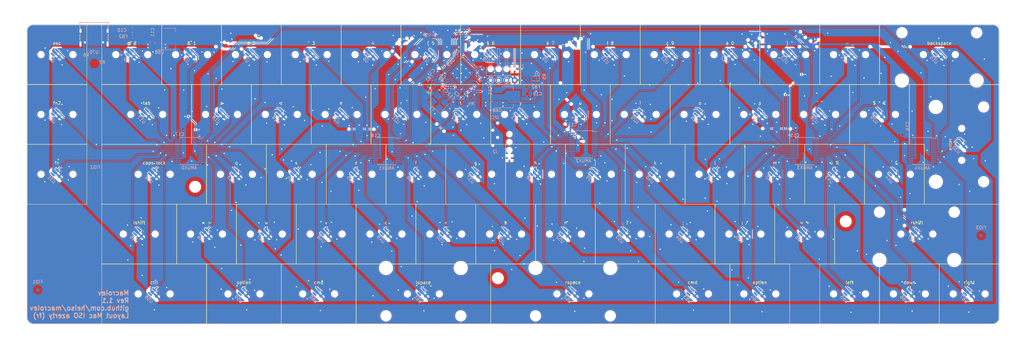
<source format=kicad_pcb>
(kicad_pcb (version 20240108) (generator "pcbnew") (generator_version "8.0")
  (title_block (title "Macrolev") (date "2023-10-22") (rev "1.0") (company "Heiso"))
  (layers (0 "F.Cu" signal) (1 "In1.Cu" signal) (2 "In2.Cu" signal) (31 "B.Cu" signal) (34 "B.Paste" user) (35 "F.Paste" user) (36 "B.SilkS" user "B.Silkscreen") (37 "F.SilkS" user "F.Silkscreen") (38 "B.Mask" user) (39 "F.Mask" user) (44 "Edge.Cuts" user))
  (net 0 "")
  (net 1 "/ADC0")
  (net 2 "/AMUX0:7")
  (net 3 "/AMUX0:6")
  (net 4 "/AMUX0:5")
  (net 5 "/AMUX0:4")
  (net 6 "/AMUX0:3")
  (net 7 "/AMUX0:2")
  (net 8 "/AMUX0:1")
  (net 9 "/AMUX0:0")
  (net 10 "/SELECT0")
  (net 11 "/SELECT1")
  (net 12 "GND")
  (net 13 "/SELECT3")
  (net 14 "/SELECT2")
  (net 15 "/AMUX0:15")
  (net 16 "/AMUX0:14")
  (net 17 "/AMUX0:13")
  (net 18 "/AMUX0:12")
  (net 19 "/AMUX0:11")
  (net 20 "/AMUX0:10")
  (net 21 "/AMUX3:7")
  (net 22 "/AMUX0:9")
  (net 23 "/AMUX0:8")
  (net 24 "/AMUX3:6")
  (net 25 "+3.3VA")
  (net 30 "/AMUX3:5")
  (net 31 "/AMUX3:4")
  (net 41 "/I2C_SCL")
  (net 42 "/I2C_SDA")
  (net 43 "Net-(D1-K)")
  (net 44 "/VBUS")
  (net 45 "/ADC1")
  (net 46 "/AMUX1:7")
  (net 47 "/AMUX1:6")
  (net 48 "/AMUX1:5")
  (net 49 "/AMUX1:4")
  (net 50 "/AMUX1:3")
  (net 51 "/AMUX1:2")
  (net 52 "/AMUX1:1")
  (net 53 "/AMUX1:0")
  (net 54 "/AMUX1:15")
  (net 55 "/AMUX1:14")
  (net 56 "/AMUX1:13")
  (net 57 "/AMUX1:12")
  (net 58 "/AMUX1:11")
  (net 59 "/AMUX1:10")
  (net 60 "/AMUX1:9")
  (net 61 "/AMUX1:8")
  (net 62 "/ADC2")
  (net 63 "/AMUX2:7")
  (net 64 "/AMUX2:6")
  (net 65 "/AMUX2:5")
  (net 66 "/AMUX2:4")
  (net 67 "/AMUX2:3")
  (net 68 "/AMUX2:2")
  (net 69 "/AMUX2:1")
  (net 70 "/AMUX2:0")
  (net 71 "/AMUX2:15")
  (net 72 "/AMUX2:14")
  (net 73 "/AMUX2:13")
  (net 74 "/AMUX2:12")
  (net 75 "/AMUX2:11")
  (net 76 "/AMUX2:10")
  (net 77 "/AMUX2:9")
  (net 78 "/AMUX2:8")
  (net 79 "/AMUX3:3")
  (net 80 "/AMUX3:2")
  (net 81 "/AMUX3:1")
  (net 82 "/AMUX3:0")
  (net 83 "/AMUX3:15")
  (net 84 "/AMUX3:14")
  (net 85 "/AMUX3:13")
  (net 86 "/AMUX3:12")
  (net 87 "/AMUX3:11")
  (net 88 "/AMUX3:10")
  (net 89 "/AMUX3:9")
  (net 90 "/AMUX3:8")
  (net 91 "/AMUX4:2")
  (net 92 "/AMUX4:1")
  (net 93 "/AMUX4:0")
  (net 94 "+3.3V")
  (net 98 "+5V")
  (net 99 "/HSE_IN")
  (net 100 "/HSE_OUT")
  (net 101 "/NRST")
  (net 102 "/ADC3")
  (net 104 "/ADC4")
  (net 105 "/USB_D-")
  (net 106 "/USB_D+")
  (net 107 "/SWDIO")
  (net 108 "/SWCLK")
  (net 116 "/BOOT0")
  (net 126 "Net-(U70-CC1)")
  (net 127 "Net-(U70-CC2)")
  (footprint "Lekker switch:SW_MX_Lekker_1u" (layer "F.Cu") (at 159.0625 40)
    (property "Reference" "( 5")
    (property "Value" "SW_MX_Lekker_1u" (hide yes))
  )
  (footprint "Lekker switch:SW_MX_Lekker" (layer "F.Cu") (at 328.13125 68.575 90)
    (property "Reference" "enter")
    (property "Value" "SW_MX_Lekker" (hide yes))
  )
  (footprint "Lekker switch:SW_MX_Lekker_1u" (layer "F.Cu") (at 92.3875 59.05)
    (property "Reference" "a")
    (property "Value" "SW_MX_Lekker_1u" (hide yes))
  )
  (footprint "Lekker switch:SW_MX_Lekker_1u" (layer "F.Cu") (at 130.4875 59.05)
    (property "Reference" "e")
    (property "Value" "SW_MX_Lekker_1u" (hide yes))
  )
  (footprint "Lekker switch:SW_MX_Lekker_1u" (layer "F.Cu") (at 97.15 78.1)
    (property "Reference" "q")
    (property "Value" "SW_MX_Lekker_1u" (hide yes))
  )
  (footprint "Lekker switch:SW_MX_Lekker_1u" (layer "F.Cu") (at 268.6 78.1)
    (property "Reference" "m")
    (property "Value" "SW_MX_Lekker_1u" (hide yes))
  )
  (footprint "Lekker switch:SW_MX_Lekker_1u" (layer "F.Cu") (at 240.025 97.15)
    (property "Reference" "; .")
    (property "Value" "SW_MX_Lekker_1u" (hide yes))
  )
  (footprint "Lekker switch:SW_MX_Lekker_1u" (layer "F.Cu") (at 211.45 78.1)
    (property "Reference" "j")
    (property "Value" "SW_MX_Lekker_1u" (hide yes))
  )
  (footprint "Lekker switch:SW_MX_Lekker_1u" (layer "F.Cu") (at 301.9375 59.05)
    (property "Reference" "$ * €")
    (property "Value" "SW_MX_Lekker_1u" (hide yes))
  )
  (footprint "Lekker switch:SW_MX_Lekker" (layer "F.Cu") (at 321 40)
    (property "Reference" "backspace")
    (property "Value" "SW_MX_Lekker" (hide yes))
  )
  (footprint "Lekker switch:SW_MX_Lekker_1u" (layer "F.Cu") (at 187.6375 59.05)
    (property "Reference" "y")
    (property "Value" "SW_MX_Lekker_1u" (hide yes))
  )
  (footprint "Lekker switch:SW_MX_Lekker_1u" (layer "F.Cu") (at 278.125 97.15)
    (property "Reference" "= +")
    (property "Value" "SW_MX_Lekker_1u" (hide yes))
  )
  (footprint "Lekker switch:SW_MX_Lekker_1u" (layer "F.Cu") (at 259.075 97.15)
    (property "Reference" ": /")
    (property "Value" "SW_MX_Lekker_1u" (hide yes))
  )
  (footprint "Lekker switch:SW_MX_Lekker" (layer "F.Cu") (at 313.84375 97.15)
    (property "Reference" "rshift")
    (property "Value" "SW_MX_Lekker" (hide yes))
  )
  (footprint "PCM_marbastlib-mx:STAB_MX_2.75u" (layer "F.Cu") (at 204.30625 116.2 180)
    (property "Reference" "REF**" (hide yes))
    (property "Value" "STAB_MX_2.75u")
  )
  (footprint "Lekker switch:SW_MX_Lekker_1u" (layer "F.Cu") (at 287.65 78.1)
    (property "Reference" "ù %")
    (property "Value" "SW_MX_Lekker_1u" (hide yes))
  )
  (footprint "Lekker switch:SW_MX_Lekker_1u" (layer "F.Cu") (at 292.4125 116.2)
    (property "Reference" "left")
    (property "Value" "SW_MX_Lekker_1u" (hide yes))
  )
  (footprint "Lekker switch:SW_MX_Lekker_1u" (layer "F.Cu") (at 154.3 78.1)
    (property "Reference" "f")
    (property "Value" "SW_MX_Lekker_1u" (hide yes))
  )
  (footprint "Lekker switch:SW_MX_Lekker_1.75u" (layer "F.Cu") (at 70.95625 78.1)
    (property "Reference" "caps lock")
    (property "Value" "SW_MX_Lekker_1.75u" (hide yes))
  )
  (footprint "Lekker switch:SW_MX_Lekker_1u" (layer "F.Cu") (at 201.925 97.15)
    (property "Reference" "n")
    (property "Value" "SW_MX_Lekker_1u" (hide yes))
  )
  (footprint "Lekker switch:SW_MX_Lekker_1u" (layer "F.Cu") (at 306.7 78.1)
    (property "Reference" "` £")
    (property "Value" "SW_MX_Lekker_1u" (hide yes))
  )
  (footprint "Lekker switch:SW_MX_Lekker_1u" (layer "F.Cu") (at 149.5375 59.05)
    (property "Reference" "r")
    (property "Value" "SW_MX_Lekker_1u" (hide yes))
  )
  (footprint "Lekker switch:SW_MX_Lekker_1u" (layer "F.Cu") (at 168.5875 59.05)
    (property "Reference" "t")
    (property "Value" "SW_MX_Lekker_1u" (hide yes))
  )
  (footprint "Lekker switch:SW_MX_Lekker_1u" (layer "F.Cu") (at 263.8375 59.05)
    (property "Reference" "p")
    (property "Value" "SW_MX_Lekker_1u" (hide yes))
  )
  (footprint "Lekker switch:SW_MX_Lekker_1u" (layer "F.Cu") (at 82.8625 40)
    (property "Reference" "& 1")
    (property "Value" "SW_MX_Lekker_1u" (hide yes))
  )
  (footprint "Lekker switch:SW_MX_Lekker_1u" (layer "F.Cu") (at 163.825 97.15)
    (property "Reference" "v")
    (property "Value" "SW_MX_Lekker_1u" (hide yes))
  )
  (footprint "Lekker switch:SW_MX_Lekker_1u" (layer "F.Cu") (at 311.4625 116.2)
    (property "Reference" "down")
    (property "Value" "SW_MX_Lekker_1u" (hide yes))
  )
  (footprint "Lekker switch:SW_MX_Lekker_1u" (layer "F.Cu") (at 292.4125 40)
    (property "Reference" "- _")
    (property "Value" "SW_MX_Lekker_1u" (hide yes))
  )
  (footprint "Lekker switch:SW_MX_Lekker_1u" (layer "F.Cu") (at 144.775 97.15)
    (property "Reference" "c")
    (property "Value" "SW_MX_Lekker_1u" (hide yes))
  )
  (footprint "PCM_marbastlib-mx:STAB_MX_2.75u" (layer "F.Cu") (at 313.84375 97.15)
    (property "Reference" "REF**" (hide yes))
    (property "Value" "STAB_MX_2.75u")
  )
  (footprint "Lekker switch:SW_MX_Lekker_1u" (layer "F.Cu") (at 116.2 78.1)
    (property "Reference" "s")
    (property "Value" "SW_MX_Lekker_1u" (hide yes))
  )
  (footprint "Lekker switch:SW_MX_Lekker_1u" (layer "F.Cu") (at 135.25 78.1)
    (property "Reference" "d")
    (property "Value" "SW_MX_Lekker_1u" (hide yes))
  )
  (footprint "PCM_marbastlib-mx:STAB_MX_2.25u" (layer "F.Cu") (at 156.68125 116.2 180)
    (property "Reference" "REF**" (hide yes))
    (property "Value" "STAB_MX_2.25u")
  )
  (footprint "Lekker switch:SW_MX_Lekker_1u" (layer "F.Cu") (at 330.5125 116.2)
    (property "Reference" "right")
    (property "Value" "SW_MX_Lekker_1u" (hide yes))
  )
  (footprint "Lekker switch:SW_MX_Lekker_1.75u" (layer "F.Cu") (at 70.95625 116.2)
    (property "Reference" "ctrl")
    (property "Value" "SW_MX_Lekker_1.75u" (hide yes))
  )
  (footprint "Lekker switch:SW_MX_Lekker_1u" (layer "F.Cu") (at 87.625 97.15)
    (property "Reference" "< >")
    (property "Value" "SW_MX_Lekker_1u" (hide yes))
  )
  (footprint "Lekker switch:SW_MX_Lekker_1u" (layer "F.Cu") (at 192.4 78.1)
    (property "Reference" "h")
    (property "Value" "SW_MX_Lekker_1u" (hide yes))
  )
  (footprint "Lekker switch:SW_MX_Lekker_1u" (layer "F.Cu") (at 206.6875 59.05)
    (property "Reference" "u")
    (property "Value" "SW_MX_Lekker_1u" (hide yes))
  )
  (footprint "Lekker switch:SW_MX_Lekker_1u" (layer "F.Cu") (at 225.7375 59.05)
    (property "Reference" "i")
    (property "Value" "SW_MX_Lekker_1u" (hide yes))
  )
  (footprint "Lekker switch:SW_MX_Lekker_1u" (layer "F.Cu") (at 40 40)
    (property "Reference" "esc")
    (property "Value" "SW_MX_Lekker_1u" (hide yes))
  )
  (footprint "Lekker switch:SW_MX_Lekker_1u" (layer "F.Cu") (at 249.55 78.1)
    (property "Reference" "l")
    (property "Value" "SW_MX_Lekker_1u" (hide yes))
  )
  (footprint "Lekker switch:SW_MX_Lekker_1u" (layer "F.Cu") (at 216.2125 40)
    (property "Reference" "! 8")
    (property "Value" "SW_MX_Lekker_1u" (hide yes))
  )
  (footprint "PCM_marbastlib-mx:STAB_MX_2u" (layer "F.Cu") (at 320.9875 40)
    (property "Reference" "REF**" (hide yes))
    (property "Value" "STAB_MX_2u")
  )
  (footprint "Lekker switch:SW_MX_Lekker_1u" (layer "F.Cu") (at 220.975 97.15)
    (property "Reference" ", ?")
    (property "Value" "SW_MX_Lekker_1u" (hide yes))
  )
  (footprint "Lekker switch:SW_MX_Lekker_1u" (layer "F.Cu") (at 101.9125 40)
    (property "Reference" "é 2")
    (property "Value" "SW_MX_Lekker_1u" (hide yes))
  )
  (footprint "Lekker switch:SW_MX_Lekker" (layer "F.Cu") (at 156.68125 116.2)
    (property "Reference" "lspace")
    (property "Value" "SW_MX_Lekker" (hide yes))
  )
  (footprint "Lekker switch:SW_MX_Lekker_1u" (layer "F.Cu") (at 40 78.1)
    (property "Reference" "fn")
    (property "Value" "SW_MX_Lekker_1u" (hide yes))
  )
  (footprint "PCM_marbastlib-mx:STAB_MX_ISO-ROT" (layer "F.Cu") (at 328.13125 68.575)
    (property "Reference" "REF**" (hide yes))
    (property "Value" "STAB_MX_ISO-ROT")
  )
  (footprint "Lekker switch:SW_MX_Lekker_1u" (layer "F.Cu") (at 178.1125 40)
    (property "Reference" "§ 6")
    (property "Value" "SW_MX_Lekker_1u" (hide yes))
  )
  (footprint "Lekker switch:SW_MX_Lekker_1u" (layer "F.Cu") (at 254.3125 40)
    (property "Reference" "à 0")
    (property "Value" "SW_MX_Lekker_1u" (hide yes))
  )
  (footprint "Lekker switch:SW_MX_Lekker_1.25u" (layer "F.Cu") (at 99.53125 116.2)
    (property "Reference" "option")
    (property "Value" "SW_MX_Lekker_1.25u" (hide yes))
  )
  (footprint "Lekker switch:SW_MX_Lekker_1u" (layer "F.Cu") (at 182.875 97.15)
    (property "Reference" "b")
    (property "Value" "SW_MX_Lekker_1u" (hide yes))
  )
  (footprint "Lekker switch:SW_MX_Lekker_1.5u" (layer "F.Cu") (at 68.575 59.05)
    (property "Reference" "tab")
    (property "Value" "SW_MX_Lekker_1.5u" (hide yes))
  )
  (footprint "Lekker switch:SW_MX_Lekker_1u" (layer "F.Cu") (at 120.9625 40)
    (property "Reference" "\" 3")
    (property "Value" "SW_MX_Lekker_1u" (hide yes))
  )
  (footprint "Lekker switch:SW_MX_Lekker_1u" (layer "F.Cu") (at 263.8375 116.2)
    (property "Reference" "option")
    (property "Value" "SW_MX_Lekker_1u" (hide yes))
  )
  (footprint "Lekker switch:SW_MX_Lekker_1u" (layer "F.Cu") (at 106.675 97.15)
    (property "Reference" "w")
    (property "Value" "SW_MX_Lekker_1u" (hide yes))
  )
  (footprint "Lekker switch:SW_MX_Lekker_1.25u" (layer "F.Cu") (at 123.34375 116.2)
    (property "Reference" "cmd")
    (property "Value" "SW_MX_Lekker_1.25u" (hide yes))
  )
  (footprint "Lekker switch:SW_MX_Lekker_1u" (layer "F.Cu") (at 140.0125 40)
    (property "Reference" "' 4")
    (property "Value" "SW_MX_Lekker_1u" (hide yes))
  )
  (footprint "Lekker switch:SW_MX_Lekker_1u" (layer "F.Cu") (at 125.725 97.15)
    (property "Reference" "x")
    (property "Value" "SW_MX_Lekker_1u" (hide yes))
  )
  (footprint "Lekker switch:SW_MX_Lekker_1u" (layer "F.Cu") (at 173.35 78.1)
    (property "Reference" "g")
    (property "Value" "SW_MX_Lekker_1u" (hide yes))
  )
  (footprint "Lekker switch:SW_MX_Lekker_1u" (layer "F.Cu") (at 282.8875 59.05)
    (property "Reference" "^ ¨")
    (property "Value" "SW_MX_Lekker_1u" (hide yes))
  )
  (footprint "Lekker switch:SW_MX_Lekker_1u" (layer "F.Cu") (at 63.8125 40)
    (property "Reference" "@ #")
    (property "Value" "SW_MX_Lekker_1u" (hide yes))
  )
  (footprint "Lekker switch:SW_MX_Lekker_1.25u" (layer "F.Cu") (at 242.4 116.2)
    (property "Reference" "cmd")
    (property "Value" "SW_MX_Lekker_1.25u" (hide yes))
  )
  (footprint "Lekker switch:SW_MX_Lekker_1.25u" (layer "F.Cu") (at 66.19375 97.15)
    (property "Reference" "lshift")
    (property "Value" "SW_MX_Lekker_1.25u" (hide yes))
  )
  (footprint "Lekker switch:SW_MX_Lekker_1u" (layer "F.Cu") (at 230.5 78.1)
    (property "Reference" "k")
    (property "Value" "SW_MX_Lekker_1u" (hide yes))
  )
  (footprint "Lekker switch:SW_MX_Lekker_1u" (layer "F.Cu") (at 40 59.05)
    (property "Reference" "fn2")
    (property "Value" "SW_MX_Lekker_1u" (hide yes))
  )
  (footprint "Lekker switch:SW_MX_Lekker_1u" (layer "F.Cu") (at 273.3625 40)
    (property "Reference" ") °")
    (property "Value" "SW_MX_Lekker_1u" (hide yes))
  )
  (footprint "Lekker switch:SW_MX_Lekker" (layer "F.Cu") (at 204.30625 116.2)
    (property "Reference" "rspace")
    (property "Value" "SW_MX_Lekker" (hide yes))
  )
  (footprint "Lekker switch:SW_MX_Lekker_1u" (layer "F.Cu") (at 235.2625 40)
    (property "Reference" "ç 9")
    (property "Value" "SW_MX_Lekker_1u" (hide yes))
  )
  (footprint "Lekker switch:SW_MX_Lekker_1u" (layer "F.Cu") (at 197.1625 40)
    (property "Reference" "è 7")
    (property "Value" "SW_MX_Lekker_1u" (hide yes))
  )
  (footprint "Lekker switch:SW_MX_Lekker_1u" (layer "F.Cu") (at 244.7875 59.05)
    (property "Reference" "o")
    (property "Value" "SW_MX_Lekker_1u" (hide yes))
  )
  (footprint "Lekker switch:SW_MX_Lekker_1u" (layer "F.Cu") (at 111.4375 59.05)
    (property "Reference" "z")
    (property "Value" "SW_MX_Lekker_1u" (hide yes))
  )
  (footprint "Package_TO_SOT_SMD:SOT-23" (layer "B.Cu") (at 154.3 78.1 -45)
    (property "Reference" "U36")
    (property "Value" "A1101ELHL")
  )
  (footprint "Capacitor_SMD:C_0402_1005Metric_Pad0.74x0.62mm_HandSolder" (layer "B.Cu") (at 310.9 65.3 90)
    (property "Reference" "C16")
    (property "Value" "100n")
  )
  (footprint "Package_TO_SOT_SMD:SOT-23" (layer "B.Cu") (at 204.30625 116.2 -45)
    (property "Reference" "U62")
    (property "Value" "A1101ELHL")
  )
  (footprint "Package_TO_SOT_SMD:SOT-23" (layer "B.Cu") (at 268.6 78.1 -45)
    (property "Reference" "U42")
    (property "Value" "A1101ELHL")
  )
  (footprint "Package_TO_SOT_SMD:SOT-23" (layer "B.Cu") (at 125.725 97.15 -45)
    (property "Reference" "U48")
    (property "Value" "A1101ELHL")
  )
  (footprint "Package_TO_SOT_SMD:SOT-23" (layer "B.Cu") (at 66.19375 97.15 -45)
    (property "Reference" "U45")
    (property "Value" "A1101ELHL")
  )
  (footprint "Capacitor_SMD:C_0603_1608Metric_Pad1.08x0.95mm_HandSolder" (layer "B.Cu") (at 168.8875 55.175 180)
    (property "Reference" "C1")
    (property "Value" "10u")
  )
  (footprint "Connector_PinHeader_2.54mm:PinHeader_1x04_P2.54mm_Vertical" (layer "B.Cu") (at 179.562 68.9)
    (property "Reference" "J2")
    (property "Value" "I2C")
  )
  (footprint "Package_TO_SOT_SMD:SOT-23" (layer "B.Cu") (at 163.825 97.15 -45)
    (property "Reference" "U50")
    (property "Value" "A1101ELHL")
  )
  (footprint "Package_TO_SOT_SMD:SOT-23" (layer "B.Cu") (at 63.8125 40 -45)
    (property "Reference" "U2")
    (property "Value" "A1101ELHL")
  )
  (footprint "Package_TO_SOT_SMD:SOT-23" (layer "B.Cu") (at 70.95625 116.2 -45)
    (property "Reference" "U58")
    (property "Value" "A1101ELHL")
  )
  (footprint "Package_TO_SOT_SMD:SOT-23" (layer "B.Cu") (at 301.9375 59.05 -45)
    (property "Reference" "U29")
    (property "Value" "A1101ELHL")
  )
  (footprint "Package_TO_SOT_SMD:SOT-23" (layer "B.Cu") (at 187.6375 59.05 -45)
    (property "Reference" "U23")
    (property "Value" "A1101ELHL")
  )
  (footprint "Package_TO_SOT_SMD:SOT-23" (layer "B.Cu") (at 99.53125 116.2 -45)
    (property "Reference" "U59")
    (property "Value" "A1101ELHL")
  )
  (footprint "Package_TO_SOT_SMD:SOT-23" (layer "B.Cu") (at 168.5875 59.05 -45)
    (property "Reference" "U22")
    (property "Value" "A1101ELHL")
  )
  (footprint "Capacitor_SMD:C_0402_1005Metric_Pad0.74x0.62mm_HandSolder" (layer "B.Cu") (at 79.1 64.15)
    (property "Reference" "C17")
    (property "Value" "100n")
  )
  (footprint "Package_TO_SOT_SMD:SOT-23" (layer "B.Cu") (at 92.3875 59.05 -45)
    (property "Reference" "U18")
    (property "Value" "A1101ELHL")
  )
  (footprint "Capacitor_SMD:C_0402_1005Metric_Pad0.74x0.62mm_HandSolder" (layer "B.Cu") (at 162.790685 52.200862 135)
    (property "Reference" "C13")
    (property "Value" "20p")
  )
  (footprint "Package_TO_SOT_SMD:SOT-23" (layer "B.Cu") (at 149.5375 59.05 -45)
    (property "Reference" "U21")
    (property "Value" "A1101ELHL")
  )
  (footprint "Capacitor_SMD:C_0805_2012Metric_Pad1.18x1.45mm_HandSolder" (layer "B.Cu") (at 177.925 54.728332 -90)
    (property "Reference" "C11")
    (property "Value" "22u")
  )
  (footprint "Package_TO_SOT_SMD:SOT-23" (layer "B.Cu") (at 282.8875 59.05 -45)
    (property "Reference" "U28")
    (property "Value" "A1101ELHL")
  )
  (footprint "Package_TO_SOT_SMD:SOT-23" (layer "B.Cu") (at 287.65 78.1 -45)
    (property "Reference" "U43")
    (property "Value" "A1101ELHL")
  )
  (footprint "Inductor_SMD:L_0603_1608Metric_Pad1.05x0.95mm_HandSolder" (layer "B.Cu") (at 64.1 34.2)
    (property "Reference" "FB2")
    (property "Value" "120R")
  )
  (footprint "Package_TO_SOT_SMD:SOT-23" (layer "B.Cu") (at 123.34375 116.2 -45)
    (property "Reference" "U60")
    (property "Value" "A1101ELHL")
  )
  (footprint "Capacitor_SMD:C_0402_1005Metric_Pad0.74x0.62mm_HandSolder" (layer "B.Cu") (at 168.057538 51.702869 -45)
    (property "Reference" "C2")
    (property "Value" "100n")
  )
  (footprint "Package_TO_SOT_SMD:SOT-23" (layer "B.Cu") (at 182.875 97.15 -45)
    (property "Reference" "U51")
    (property "Value" "A1101ELHL")
  )
  (footprint "Package_TO_SOT_SMD:SOT-23" (layer "B.Cu") (at 259.075 97.15 -45)
    (property "Reference" "U55")
    (property "Value" "A1101ELHL")
  )
  (footprint "Package_TO_SOT_SMD:SOT-23" (layer "B.Cu") (at 328.13125 68.575 -45)
    (property "Reference" "U30")
    (property "Value" "A1101ELHL")
  )
  (footprint "Package_TO_SOT_SMD:SOT-23" (layer "B.Cu") (at 178.1125 40 -45)
    (property "Reference" "U8")
    (property "Value" "A1101ELHL")
  )
  (footprint "Resistor_SMD:R_0402_1005Metric_Pad0.72x0.64mm_HandSolder" (layer "B.Cu") (at 49.3 41.3 180)
    (property "Reference" "R6")
    (property "Value" "5.1K")
  )
  (footprint "Resistor_SMD:R_0402_1005Metric_Pad0.72x0.64mm_HandSolder" (layer "B.Cu") (at 171.9 53.6975 90)
    (property "Reference" "R4")
    (property "Value" "10k")
  )
  (footprint "Package_TO_SOT_SMD:SOT-23" (layer "B.Cu") (at 40 40 -45)
    (property "Reference" "U1")
    (property "Value" "A1101ELHL")
  )
  (footprint "Package_TO_SOT_SMD:SOT-23" (layer "B.Cu") (at 156.68125 116.2 -45)
    (property "Reference" "U61")
    (property "Value" "A1101ELHL")
  )
  (footprint "Capacitor_SMD:C_0402_1005Metric_Pad0.74x0.62mm_HandSolder" (layer "B.Cu") (at 275 64.55)
    (property "Reference" "C15")
    (property "Value" "100n")
  )
  (footprint "Fiducial:Fiducial_1mm_Mask3mm" (layer "B.Cu") (at 52.2 78.4 180)
    (property "Reference" "FID2")
    (property "Value" "Fiducial")
  )
  (footprint "Package_TO_SOT_SMD:SOT-23" (layer "B.Cu") (at 263.8375 59.05 -45)
    (property "Reference" "U27")
    (property "Value" "A1101ELHL")
  )
  (footprint "Package_TO_SOT_SMD:SOT-23" (layer "B.Cu") (at 111.4375 59.05 -45)
    (property "Reference" "U19")
    (property "Value" "A1101ELHL")
  )
  (footprint "Package_TO_SOT_SMD:SOT-23" (layer "B.Cu") (at 120.9625 40 -45)
    (property "Reference" "U5")
    (property "Value" "A1101ELHL")
  )
  (footprint "Package_TO_SOT_SMD:SOT-23" (layer "B.Cu") (at 106.675 97.15 -45)
    (property "Reference" "U47")
    (property "Value" "A1101ELHL")
  )
  (footprint "Package_TO_SOT_SMD:SOT-23" (layer "B.Cu") (at 116.2 78.1 -45)
    (property "Reference" "U34")
    (property "Value" "A1101ELHL")
  )
  (footprint "Package_TO_SOT_SMD:SOT-23" (layer "B.Cu") (at 311.4625 116.2 -45)
    (property "Reference" "U66")
    (property "Value" "A1101ELHL")
  )
  (footprint "Package_TO_SOT_SMD:SOT-23" (layer "B.Cu") (at 244.7875 59.05 -45)
    (property "Reference" "U26")
    (property "Value" "A1101ELHL")
  )
  (footprint "Capacitor_SMD:C_0402_1005Metric_Pad0.74x0.62mm_HandSolder" (layer "B.Cu") (at 169.964032 51.308128 45)
    (property "Reference" "C3")
    (property "Value" "100n")
  )
  (footprint "Fiducial:Fiducial_1mm_Mask3mm" (layer "B.Cu") (at 33.85 114.9 180)
    (property "Reference" "FID1")
    (property "Value" "Fiducial")
  )
  (footprint "Resistor_SMD:R_0402_1005Metric_Pad0.72x0.64mm_HandSolder" (layer "B.Cu") (at 172.049997 49.646427 45)
    (property "Reference" "R2")
    (property "Value" "1.2K")
  )
  (footprint "Package_TO_SOT_SMD:SOT-23" (layer "B.Cu") (at 140.0125 40 -45)
    (property "Reference" "U6")
    (property "Value" "A1101ELHL")
  )
  (footprint "Package_TO_SOT_SMD:SOT-23" (layer "B.Cu") (at 263.8375 116.2 -45)
    (property "Reference" "U64")
    (property "Value" "A1101ELHL")
  )
  (footprint "Package_TO_SOT_SMD:SOT-223-3_TabPin2" (layer "B.Cu") (at 183.375 53.55)
    (property "Reference" "U68")
    (property "Value" "AMS1117-3.3")
  )
  (footprint "JLCPCB:USB-C-SMD_G-SWITCH_GT-USB-7010ASV" (layer "B.Cu") (at 51.8 33.5)
    (property "Reference" "U70")
    (property "Value" "GT-USB-7010ASV")
  )
  (footprint "Capacitor_SMD:C_0402_1005Metric_Pad0.74x0.62mm_HandSolder" (layer "B.Cu") (at 164.274517 48.273401 -45)
    (property "Reference" "C6")
    (property "Value" "10n")
  )
  (footprint "Capacitor_SMD:C_0402_1005Metric_Pad0.74x0.62mm_HandSolder" (layer "B.Cu") (at 160.148717 50.276283 -135)
    (property "Reference" "C8")
    (property "Value" "1u")
  )
  (footprint "Resistor_SMD:R_0402_1005Metric_Pad0.72x0.64mm_HandSolder" (layer "B.Cu") (at 173.464211 47.80795 -135)
    (property "Reference" "R1")
    (property "Value" "1.2K")
  )
  (footprint "Package_TO_SOT_SMD:SOT-23" (layer "B.Cu") (at 278.125 97.15 -45)
    (property "Reference" "U56")
    (property "Value" "A1101ELHL")
  )
  (footprint "Package_TO_SOT_SMD:SOT-23" (layer "B.Cu") (at 242.40625 116.2 -45)
    (property "Reference" "U63")
    (property "Value" "A1101ELHL")
  )
  (footprint "Capacitor_SMD:C_0805_2012Metric_Pad1.18x1.45mm_HandSolder" (layer "B.Cu") (at 64 32.2 180)
    (property "Reference" "C10")
    (property "Value" "22u")
  )
  (footprint "Inductor_SMD:L_0603_1608Metric_Pad1.05x0.95mm_HandSolder" (layer "B.Cu") (at 189.5 50.25 180)
    (property "Reference" "FB2")
    (property "Value" "120R")
  )
  (footprint "Package_TO_SOT_SMD:SOT-23" (layer "B.Cu") (at 130.4875 59.05 -45)
    (property "Reference" "U20")
    (property "Value" "A1101ELHL")
  )
  (footprint "Package_TO_SOT_SMD:SOT-23" (layer "B.Cu") (at 159.0625 40 -45)
    (property "Reference" "U7")
    (property "Value" "A1101ELHL")
  )
  (footprint "Package_SO:SSOP-24_5.3x8.2mm_P0.65mm" (layer "B.Cu") (at 315.4825 70.715 180)
    (property "Reference" "AMUX4")
    (property "Value" "CD74HC4067SM")
  )
  (footprint "Connector_PinHeader_2.54mm:PinHeader_1x04_P2.54mm_Horizontal" (layer "B.Cu") (at 185.73 48.15 90)
    (property "Reference" "J3")
    (property "Value" "DEBUG")
  )
  (footprint "Package_TO_SOT_SMD:SOT-23" (layer "B.Cu") (at 201.925 97.15 -45)
    (property "Reference" "U52")
    (property "Value" "A1101ELHL")
  )
  (footprint "Package_TO_SOT_SMD:SOT-23" (layer "B.Cu") (at 292.4125 40 -45)
    (property "Reference" "U14")
    (property "Value" "A1101ELHL")
  )
  (footprint "Package_TO_SOT_SMD:SOT-223-3_TabPin2" (layer "B.Cu") (at 75.85 35)
    (property "Reference" "U68")
    (property "Value" "AMS1117-3.3")
  )
  (footprint "Package_TO_SOT_SMD:SOT-23" (layer "B.Cu") (at 97.15 78.1 -45)
    (property "Reference" "U33")
    (property "Value" "A1101ELHL")
  )
  (footprint "Package_TO_SOT_SMD:SOT-23" (layer "B.Cu") (at 306.7 78.1 -45)
    (property "Reference" "U44")
    (property "Value" "A1101ELHL")
  )
  (footprint "Package_SO:SSOP-24_5.3x8.2mm_P0.65mm" (layer "B.Cu") (at 278.125 70.715 180)
    (property "Reference" "AMUX3")
    (property "Value" "CD74HC4067SM")
  )
  (footprint "Package_TO_SOT_SMD:SOT-23" (layer "B.Cu") (at 40 59.05 -45)
    (property "Reference" "U16")
    (property "Value" "A1101ELHL")
  )
  (footprint "Package_TO_SOT_SMD:SOT-23" (layer "B.Cu") (at 254.3125 40 -45)
    (property "Reference" "U12")
    (property "Value" "A1101ELHL")
  )
  (footprint "Capacitor_SMD:C_0805_2012Metric_Pad1.18x1.45mm_HandSolder" (layer "B.Cu") (at 189.725 52.45)
    (property "Reference" "C10")
    (property "Value" "22u")
  )
  (footprint "Package_TO_SOT_SMD:SOT-23" (layer "B.Cu") (at 192.4 78.1 -45)
    (property "Reference" "U38")
    (property "Value" "A1101ELHL")
  )
  (footprint "Capacitor_SMD:C_0402_1005Metric_Pad0.74x0.62mm_HandSolder" (layer "B.Cu") (at 204.1 63.5 180)
    (property "Reference" "C14")
    (property "Value" "100n")
  )
  (footprint "Package_TO_SOT_SMD:SOT-23" (layer "B.Cu") (at 240.025 97.15 -45)
    (property "Reference" "U54")
    (property "Value" "A1101ELHL")
  )
  (footprint "Package_TO_SOT_SMD:SOT-23" (layer "B.Cu") (at 144.775 97.15 -45)
    (property "Reference" "U49")
    (property "Value" "A1101ELHL")
  )
  (footprint "Package_TO_SOT_SMD:SOT-23" (layer "B.Cu") (at 197.1625 40 -45)
    (property "Reference" "U9")
    (property "Value" "A1101ELHL")
  )
  (footprint "LED_SMD:LED_0603_1608Metric_Pad1.05x0.95mm_HandSolder" (layer "B.Cu") (at 191.9 47.6 180)
    (property "Reference" "D1")
    (property "Value" "RED")
  )
  (footprint "Package_TO_SOT_SMD:SOT-23" (layer "B.Cu") (at 173.35 78.1 -45)
    (property "Reference" "U37")
    (property "Value" "A1101ELHL")
  )
  (footprint "Capacitor_SMD:C_0402_1005Metric_Pad0.74x0.62mm_HandSolder" (layer "B.Cu") (at 168.125 40.125 -135)
    (property "Reference" "C5")
    (property "Value" "100n")
  )
  (footprint "Inductor_SMD:L_0603_1608Metric_Pad1.05x0.95mm_HandSolder" (layer "B.Cu") (at 159.875 48.75 -135)
    (property "Reference" "FB1")
    (property "Value" "120R")
  )
  (footprint "Package_TO_SOT_SMD:SOT-23" (layer "B.Cu") (at 82.8625 40 -45)
    (property "Reference" "U3")
    (property "Value" "A1101ELHL")
  )
  (footprint "Package_TO_SOT_SMD:SOT-23" (layer "B.Cu") (at 225.7375 59.05 -45)
    (property "Reference" "U25")
    (property "Value" "A1101ELHL")
  )
  (footprint "Capacitor_SMD:C_0402_1005Metric_Pad0.74x0.62mm_HandSolder" (layer "B.Cu") (at 163.905895 49.35121 135)
    (property "Reference" "C9")
    (property "Value" "100n")
  )
  (footprint "Package_TO_SOT_SMD:SOT-23" (layer "B.Cu") (at 211.45 78.1 -45)
    (property "Reference" "U39")
    (property "Value" "A1101ELHL")
  )
  (footprint "Package_TO_SOT_SMD:SOT-23" (layer "B.Cu") (at 87.625 97.15 -45)
    (property "Reference" "U46")
    (property "Value" "A1101ELHL")
  )
  (footprint "Package_TO_SOT_SMD:SOT-23" (layer "B.Cu") (at 313.84375 97.15 -45)
    (property "Reference" "U57")
    (property "Value" "A1101ELHL")
  )
  (footprint "Resistor_SMD:R_0402_1005Metric_Pad0.72x0.64mm_HandSolder" (layer "B.Cu") (at 54.3975 41.3)
    (property "Reference" "R7")
    (property "Value" "5.1K")
  )
  (footprint "Package_TO_SOT_SMD:SOT-23" (layer "B.Cu") (at 68.575 59.05 -45)
    (property "Reference" "U17")
    (property "Value" "A1101ELHL")
  )
  (footprint "Package_TO_SOT_SMD:SOT-23" (layer "B.Cu") (at 216.2125 40 -45)
    (property "Reference" "U10")
    (property "Value" "A1101ELHL")
  )
  (footprint "Package_TO_SOT_SMD:SOT-23" (layer "B.Cu") (at 40 78.1 -45)
    (property "Reference" "U31")
    (property "Value" "A1101ELHL")
  )
  (footprint "Package_TO_SOT_SMD:SOT-23" (layer "B.Cu") (at 292.4125 116.2 -45)
    (property "Reference" "U65")
    (property "Value" "A1101ELHL")
  )
  (footprint "Package_TO_SOT_SMD:SOT-23" (layer "B.Cu") (at 273.3625 40 -45)
    (property "Reference" "U13")
    (property "Value" "A1101ELHL")
  )
  (footprint "Capacitor_SMD:C_0402_1005Metric_Pad0.74x0.62mm_HandSolder" (layer "B.Cu") (at 160.75 46.625 135)
    (property "Reference" "C7")
    (property "Value" "1u")
  )
  (footprint "Crystal:Crystal_SMD_3225-4Pin_3.2x2.5mm_HandSoldering" (layer "B.Cu") (at 161.588604 55.1 135)
    (property "Reference" "Y1")
    (property "Value" "25MHz/20ppm/15pF")
  )
  (footprint "Package_TO_SOT_SMD:SOT-23" (layer "B.Cu") (at 230.5 78.1 -45)
    (property "Reference" "U40")
    (property "Value" "A1101ELHL")
  )
  (footprint "Resistor_SMD:R_0402_1005Metric_Pad0.72x0.64mm_HandSolder" (layer "B.Cu") (at 194.1 47 90)
    (property "Reference" "R5")
    (property "Value" "5.1k")
  )
  (footprint "Package_TO_SOT_SMD:SOT-23" (layer "B.Cu") (at 135.25 78.1 -45)
    (property "Reference" "U35")
    (property "Value" "A1101ELHL")
  )
  (footprint "Package_TO_SOT_SMD:SOT-23" (layer "B.Cu") (at 320.9875 40 -45)
    (property "Reference" "U15")
    (property "Value" "A1101ELHL")
  )
  (footprint "Package_TO_SOT_SMD:SOT-23" (layer "B.Cu") (at 235.2625 40 -45)
    (property "Reference" "U11")
    (property "Value" "A1101ELHL")
  )
  (footprint "Package_SO:SSOP-24_5.3x8.2mm_P0.65mm" (layer "B.Cu") (at 82.12 70.715 180)
    (property "Reference" "AMUX0")
    (property "Value" "CD74HC4067SM")
  )
  (footprint "Package_TO_SOT_SMD:SOT-23" (layer "B.Cu") (at 101.9125 40 -45)
    (property "Reference" "U4")
    (property "Value" "A1101ELHL")
  )
  (footprint "Package_SO:SSOP-24_5.3x8.2mm_P0.65mm" (layer "B.Cu") (at 207.64 68.575 180)
    (property "Reference" "AMUX2")
    (property "Value" "CD74HC4067SM")
  )
  (footprint "Package_DFN_QFN:QFN-48-1EP_7x7mm_P0.5mm_EP5.6x5.6mm" (layer "B.Cu") (at 168.8 45.939949 45)
    (property "Reference" "U69")
    (property "Value" "STM32F411CEU6")
  )
  (footprint "Package_TO_SOT_SMD:SOT-23" (layer "B.Cu") (at 206.6875 59.05 -45)
    (property "Reference" "U24")
    (property "Value" "A1101ELHL")
  )
  (footprint "Package_TO_SOT_SMD:SOT-23" (layer "B.Cu") (at 249.55 78.1 -45)
    (property "Reference" "U41")
    (property "Value" "A1101ELHL")
  )
  (footprint "Capacitor_SMD:C_0402_1005Metric_Pad0.74x0.62mm_HandSolder" (layer "B.Cu") (at 164.417031 53.827208 -45)
    (property "Reference" "C12")
    (property "Value" "20p")
  )
  (footprint "Package_TO_SOT_SMD:SOT-23" (layer "B.Cu") (at 330.5125 116.2 -45)
    (property "Reference" "U67")
    (property "Value" "A1101ELHL")
  )
  (footprint "Package_SO:SSOP-24_5.3x8.2mm_P0.65mm" (layer "B.Cu") (at 144.985 70.715 180)
    (property "Reference" "AMUX1")
    (property "Value" "CD74HC4067SM")
  )
  (footprint "Capacitor_SMD:C_0402_1005Metric_Pad0.74x0.62mm_HandSolder" (layer "B.Cu") (at 141.5 64.6)
    (property "Reference" "C18")
    (property "Value" "100n")
  )
  (footprint "Capacitor_SMD:C_0805_2012Metric_Pad1.18x1.45mm_HandSolder" (layer "B.Cu") (at 70.4 36.178332 -90)
    (property "Reference" "C11")
    (property "Value" "22u")
  )
  (footprint "Capacitor_SMD:C_0402_1005Metric_Pad0.74x0.62mm_HandSolder" (layer "B.Cu") (at 174.4 45.05 135)
    (property "Reference" "C4")
    (property "Value" "100n")
  )
  (footprint "Package_TO_SOT_SMD:SOT-23" (layer "B.Cu") (at 220.975 97.15 -45)
    (property "Reference" "U53")
    (property "Value" "A1101ELHL")
  )
  (footprint "Package_TO_SOT_SMD:SOT-23" (layer "B.Cu") (at 70.95625 78.1 -45)
    (property "Reference" "U32")
    (property "Value" "A1101ELHL")
  )
  (footprint "Fiducial:Fiducial_1mm_Mask3mm" (layer "B.Cu") (at 334.3225 97.62625 180)
    (property "Reference" "FID3")
    (property "Value" "Fiducial")
  )
  (gr_line (start 30.475 123.725) (end 30.475 32.475) (stroke (width 0.2)) (layer "Edge.Cuts"))
  (gr_line (start 32.475 30.475) (end 338.0375 30.475) (stroke (width 0.2)) (layer "Edge.Cuts"))
  (gr_arc (start 32.475 125.725) (mid 31.060786 125.139214) (end 30.475 123.725) (stroke (width 0.2)) (layer "Edge.Cuts"))
  (gr_arc (start 338.0375 30.475) (mid 339.451714 31.060786) (end 340.0375 32.475) (stroke (width 0.2)) (layer "Edge.Cuts"))
  (gr_arc (start 340.0375 123.725) (mid 339.451714 125.139214) (end 338.0375 125.725) (stroke (width 0.2)) (layer "Edge.Cuts"))
  (gr_arc (start 30.475 32.475) (mid 31.060786 31.060786) (end 32.475 30.475) (stroke (width 0.2)) (layer "Edge.Cuts"))
  (gr_line (start 338.0375 125.725) (end 32.475 125.725) (stroke (width 0.2)) (layer "Edge.Cuts"))
  (gr_line (start 340.0375 32.475) (end 340.0375 123.725) (stroke (width 0.2)) (layer "Edge.Cuts"))
  (gr_text "Macrolev\nRev 1.1\ngithub.com/heiso/macrolev\nLayout Mac ISO azerty (fr)" (at 63.11 124 0) (layer "B.SilkS") (effects (font (size 1.5 1.5) (thickness 0.3) (bold yes)) (justify left bottom mirror)))
  (segment (start 161.75 42.779036) (end 164.424777 45.453813) (width 0.3) (layer "B.Cu") (net 1))
  (segment (start 161.75 35.657106) (end 161.75 42.779036) (width 0.3) (layer "B.Cu") (net 1))
  (segment (start 97.95 36.3) (end 107.15 36.3) (width 0.3) (layer "B.Cu") (net 1))
  (segment (start 160.692894 34.6) (end 161.75 35.657106) (width 0.3) (layer "B.Cu") (net 1))
  (segment (start 86.91 67.14) (end 89.15 64.9) (width 0.3) (layer "B.Cu") (net 1))
  (segment (start 111.6 31.85) (end 157 31.85) (width 0.3) (layer "B.Cu") (net 1))
  (segment (start 89.15 64.9) (end 89.15 45.1) (width 0.3) (layer "B.Cu") (net 1))
  (segment (start 85.71 67.15) (end 85.72 67.14) (width 0.3) (layer "B.Cu") (net 1))
  (segment (start 89.15 45.1) (end 97.95 36.3) (width 0.3) (layer "B.Cu") (net 1))
  (segment (start 159.75 34.6) (end 160.692894 34.6) (width 0.3) (layer "B.Cu") (net 1))
  (segment (start 107.15 36.3) (end 111.6 31.85) (width 0.3) (layer "B.Cu") (net 1))
  (segment (start 157 31.85) (end 159.75 34.6) (width 0.3) (layer "B.Cu") (net 1))
  (segment (start 85.72 67.14) (end 86.91 67.14) (width 0.3) (layer "B.Cu") (net 1))
  (segment (start 81.9 45.060661) (end 81.9 59.7) (width 0.3) (layer "B.Cu") (net 2))
  (segment (start 84.75 40.543997) (end 84.75 42.210661) (width 0.3) (layer "B.Cu") (net 2))
  (segment (start 81.9 59.7) (end 84.2 62) (width 0.3) (layer "B.Cu") (net 2))
  (segment (start 84.2 67.445) (end 84.545 67.79) (width 0.3) (layer "B.Cu") (net 2))
  (segment (start 82.919719 38.713716) (end 84.75 40.543997) (width 0.3) (layer "B.Cu") (net 2))
  (segment (start 84.75 42.210661) (end 81.9 45.060661) (width 0.3) (layer "B.Cu") (net 2))
  (segment (start 84.545 67.79) (end 85.72 67.79) (width 0.3) (layer "B.Cu") (net 2))
  (segment (start 84.2 62) (end 84.2 67.445) (width 0.3) (layer "B.Cu") (net 2))
  (segment (start 95.23 60.548997) (end 92.444719 57.763716) (width 0.3) (layer "B.Cu") (net 3))
  (segment (start 85.72 68.44) (end 88.6 68.44) (width 0.3) (layer "B.Cu") (net 3))
  (segment (start 92.444719 57.678469) (end 92.444719 57.763716) (width 0.3) (layer "B.Cu") (net 3))
  (segment (start 88.6 68.44) (end 95.23 61.81) (width 0.3) (layer "B.Cu") (net 3))
  (segment (start 95.23 61.81) (end 95.23 60.548997) (width 0.3) (layer "B.Cu") (net 3))
  (segment (start 104.75 41.493997) (end 101.969719 38.713716) (width 0.3) (layer "B.Cu") (net 4))
  (segment (start 104.75 54.75) (end 104.75 41.493997) (width 0.3) (layer "B.Cu") (net 4))
  (segment (start 85.72 69.09) (end 90.41 69.09) (width 0.3) (layer "B.Cu") (net 4))
  (segment (start 90.41 69.09) (end 104.75 54.75) (width 0.3) (layer "B.Cu") (net 4))
  (segment (start 93.01 69.74) (end 105.54 57.21) (width 0.3) (layer "B.Cu") (net 5))
  (segment (start 85.72 69.74) (end 93.01 69.74) (width 0.3) (layer "B.Cu") (net 5))
  (segment (start 105.54 57.21) (end 110.941003 57.21) (width 0.3) (layer "B.Cu") (net 5))
  (segment (start 110.941003 57.21) (end 111.494719 57.763716) (width 0.3) (layer "B.Cu") (net 5))
  (segment (start 98.58 70.39) (end 106.732219 78.542219) (width 0.3) (layer "B.Cu") (net 6))
  (segment (start 85.72 70.39) (end 98.58 70.39) (width 0.3) (layer "B.Cu") (net 6))
  (segment (start 106.732219 78.542219) (end 106.732219 95.863716) (width 0.3) (layer "B.Cu") (net 6))
  (segment (start 85.72 71.04) (end 91.433503 71.04) (width 0.3) (layer "B.Cu") (net 7))
  (segment (start 91.433503 71.04) (end 97.207219 76.813716) (width 0.3) (layer "B.Cu") (net 7))
  (segment (start 94.19 94.69) (end 99.588469 100.088469) (width 0.3) (layer "B.Cu") (net 8))
  (segment (start 99.588469 100.088469) (end 99.588469 114.913716) (width 0.3) (layer "B.Cu") (net 8))
  (segment (start 88.64 71.69) (end 94.19 77.24) (width 0.3) (layer "B.Cu") (net 8))
  (segment (start 85.72 71.69) (end 88.64 71.69) (width 0.3) (layer "B.Cu") (net 8))
  (segment (start 94.19 77.24) (end 94.19 94.69) (width 0.3) (layer "B.Cu") (net 8))
  (segment (start 86.82 72.34) (end 89.89 75.41) (width 0.3) (layer "B.Cu") (net 9))
  (segment (start 89.89 75.41) (end 89.89 93.655935) (width 0.3) (layer "B.Cu") (net 9))
  (segment (start 85.72 72.34) (end 86.82 72.34) (width 0.3) (layer "B.Cu") (net 9))
  (segment (start 89.89 93.655935) (end 87.682219 95.863716) (width 0.3) (layer "B.Cu") (net 9))
  (segment (start 170.15 40.700862) (end 169.286136 41.564726) (width 0.3) (layer "B.Cu") (net 10))
  (segment (start 170.65 40.907969) (end 169.639689 41.918279) (width 0.3) (layer "B.Cu") (net 11))
  (segment (start 170.65 38.642894) (end 170.65 40.907969) (width 0.3) (layer "B.Cu") (net 11))
  (via (at 207.8 117.6) (size 0.8) (drill 0.4) (layers "F.Cu" "B.Cu") (net 12))
  (via (at 295.75 115.8) (size 0.8) (drill 0.4) (layers "F.Cu" "B.Cu") (net 12))
  (via (at 149.35 65.15) (size 0.8) (drill 0.4) (layers "F.Cu" "B.Cu") (net 12))
  (via (at 307.9 38.95) (size 0.8) (drill 0.4) (layers "F.Cu" "B.Cu") (net 12))
  (via (at 175.293023 44.656797) (size 0.8) (drill 0.4) (layers "F.Cu" "B.Cu") (net 12))
  (via (at 122.6 43.3) (size 0.8) (drill 0.4) (layers "F.Cu" "B.Cu") (net 12))
  (via (at 116.8 95.55) (size 0.8) (drill 0.4) (layers "F.Cu" "B.Cu") (net 12))
  (via (at 74.9 65.7) (size 0.8) (drill 0.4) (layers "F.Cu" "B.Cu") (net 12))
  (via (at 273.45 85.85) (size 0.8) (drill 0.4) (layers "F.Cu" "B.Cu") (net 12))
  (via (at 273.05 52.95) (size 0.8) (drill 0.4) (layers "F.Cu" "B.Cu") (net 12))
  (via (at 188.7 106.65) (size 0.8) (drill 0.4) (layers "F.Cu" "B.Cu") (net 12))
  (via (at 291 71.95) (size 0.8) (drill 0.4) (layers "F.Cu" "B.Cu") (net 12))
  (via (at 266.2 33.4) (size 0.8) (drill 0.4) (layers "F.Cu" "B.Cu") (net 12))
  (via (at 70.38 62.3) (size 0.8) (drill 0.4) (layers "F.Cu" "B.Cu") (net 12))
  (via (at 66.2 42.5) (size 0.8) (drill 0.4) (layers "F.Cu" "B.Cu") (net 12))
  (via (at 175.9 66.55) (size 0.8) (drill 0.4) (layers "F.Cu" "B.Cu") (net 12))
  (via (at 294.1 43.45) (size 0.8) (drill 0.4) (layers "F.Cu" "B.Cu") (net 12))
  (via (at 303.65 40.85) (size 0.8) (drill 0.4) (layers "F.Cu" "B.Cu") (net 12))
  (via (at 232.1 102) (size 0.8) (drill 0.4) (layers "F.Cu" "B.Cu") (net 12))
  (via (at 302.45 45.95) (size 0.8) (drill 0.4) (layers "F.Cu" "B.Cu") (net 12))
  (via (at 202.1 71.45) (size 0.8) (drill 0.4) (layers "F.Cu" "B.Cu") (net 12))
  (via (at 41.6 55.85) (size 0.8) (drill 0.4) (layers "F.Cu" "B.Cu") (net 12))
  (via (at 123.9 121.5) (size 0.8) (drill 0.4) (layers "F.Cu" "B.Cu") (net 12))
  (via (at 181.85 72.9) (size 0.8) (drill 0.4) (layers "F.Cu" "B.Cu") (net 12))
  (via (at 211.2 73.55) (size 0.8) (drill 0.4) (layers "F.Cu" "B.Cu") (net 12))
  (via (at 227.5 75.65) (size 0.8) (drill 0.4) (layers "F.Cu" "B.Cu") (net 12))
  (via (at 245.95 114.65) (size 0.8) (drill 0.4) (layers "F.Cu" "B.Cu") (net 12))
  (via (at 247.4 62.2) (size 0.8) (drill 0.4) (layers "F.Cu" "B.Cu") (net 12))
  (via (at 88.3 72.65) (size 0.8) (drill 0.4) (layers "F.Cu" "B.Cu") (net 12))
  (via (at 111.55 70.05) (size 0.8) (drill 0.4) (layers "F.Cu" "B.Cu") (net 12))
  (via (at 184.35 57.85) (size 0.8) (drill 0.4) (layers "F.Cu" "B.Cu") (net 12))
  (via (at 90.95 62.25) (size 0.8) (drill 0.4) (layers "F.Cu" "B.Cu") (net 12))
  (via (at 170.16 47.22) (size 0.8) (drill 0.4) (layers "F.Cu" "B.Cu") (net 12))
  (via (at 317.1 70.45) (size 0.8) (drill 0.4) (layers "F.Cu" "B.Cu") (net 12))
  (via (at 90.7 72.2) (size 0.8) (drill 0.4) (layers "F.Cu" "B.Cu") (net 12))
  (via (at 112.45 62.35) (size 0.8) (drill 0.4) (layers "F.Cu" "B.Cu") (net 12))
  (via (at 295.55 38.6) (size 0.8) (drill 0.4) (layers "F.Cu" "B.Cu") (net 12))
  (via (at 114.7 73.85) (size 0.8) (drill 0.4) (layers "F.Cu" "B.Cu") (net 12))
  (via (at 95.35 33.2) (size 0.8) (drill 0.4) (layers "F.Cu" "B.Cu") (net 12))
  (via (at 126.6 57.3) (size 0.8) (drill 0.4) (layers "F.Cu" "B.Cu") (net 12))
  (via (at 281.3 38.75) (size 0.8) (drill 0.4) (layers "F.Cu" "B.Cu") (net 12))
  (via (at 85.35 63.9) (size 0.8) (drill 0.4) (layers "F.Cu" "B.Cu") (net 12))
  (via (at 119.7 117.7) (size 0.8) (drill 0.4) (layers "F.Cu" "B.Cu") (net 12))
  (via (at 136.1 83.2) (size 0.8) (drill 0.4) (layers "F.Cu" "B.Cu") (net 12))
  (via (at 255.95 43.15) (size 0.8) (drill 0.4) (layers "F.Cu" "B.Cu") (net 12))
  (via (at 305.45 36.15) (size 0.8) (drill 0.4) (layers "F.Cu" "B.Cu") (net 12))
  (via (at 74.3 51.25) (size 0.8) (drill 0.4) (layers "F.Cu" "B.Cu") (net 12))
  (via (at 261.25 33.55) (size 0.8) (drill 0.4) (layers "F.Cu" "B.Cu") (net 12))
  (via (at 202.3 52.1) (size 0.8) (drill 0.4) (layers "F.Cu" "B.Cu") (net 12))
  (via (at 140.25 99.7) (size 0.8) (drill 0.4) (layers "F.Cu" "B.Cu") (net 12))
  (via (at 117.45 42.3) (size 0.8) (drill 0.4) (layers "F.Cu" "B.Cu") (net 12))
  (via (at 259 69.3) (size 0.8) (drill 0.4) (layers "F.Cu" "B.Cu") (net 12))
  (via (at 130.1 70.85) (size 0.8) (drill 0.4) (layers "F.Cu" "B.Cu") (net 12))
  (via (at 217.49 43.3) (size 0.8) (drill 0.4) (layers "F.Cu" "B.Cu") (net 12))
  (via (at 127.4 93.4) (size 0.8) (drill 0.4) (layers "F.Cu" "B.Cu") (net 12))
  (via (at 283 65.95) (size 0.8) (drill 0.4) (layers "F.Cu" "B.Cu") (net 12))
  (via (at 287.25 98.85) (size 0.8) (drill 0.4) (layers "F.Cu" "B.Cu") (net 12))
  (via (at 140.65 116.8) (size 0.8) (drill 0.4) (layers "F.Cu" "B.Cu") (net 12))
  (via (at 214.5 61.7) (size 0.8) (drill 0.4) (layers "F.Cu" "B.Cu") (net 12))
  (via (at 229.2 64.65) (size 0.8) (drill 0.4) (layers "F.Cu" "B.Cu") (net 12))
  (via (at 319.1 75.75) (size 0.8) (drill 0.4) (layers "F.Cu" "B.Cu") (net 12))
  (via (at 215.15 80.2) (size 0.8) (drill 0.4) (layers "F.Cu" "B.Cu") (net 12))
  (via (at 153.4 68.05) (size 0.8) (drill 0.4) (layers "F.Cu" "B.Cu") (net 12))
  (via (at 124.45 62.75) (size 0.8) (drill 0.4) (layers "F.Cu" "B.Cu") (net 12))
  (via (at 126.9 114.75) (size 0.8) (drill 0.4) (layers "F.Cu" "B.Cu") (net 12))
  (via (at 161.836091 51.246268) (size 0.8) (drill 0.4) (layers "F.Cu" "B.Cu") (net 12))
  (via (at 286 81.8) (size 0.8) (drill 0.4) (layers "F.Cu" "B.Cu") (net 12))
  (via (at 74.525 37.85) (size 0.8) (drill 0.4) (layers "F.Cu" "B.Cu") (net 12))
  (via (at 126.55 42.1) (size 0.8) (drill 0.4) (layers "F.Cu" "B.Cu") (net 12))
  (via (at 315.85 74.35) (size 0.8) (drill 0.4) (layers "F.Cu" "B.Cu") (net 12))
  (via (at 67 55.45) (size 0.8) (drill 0.4) (layers "F.Cu" "B.Cu") (net 12))
  (via (at 265.05 76.15) (size 0.8) (drill 0.4) (layers "F.Cu" "B.Cu") (net 12))
  (via (at 305.95 62.15) (size 0.8) (drill 0.4) (layers "F.Cu" "B.Cu") (net 12))
  (via (at 72.47 81.55) (size 0.8) (drill 0.4) (layers "F.Cu" "B.Cu") (net 12))
  (via (at 176.15 47.25) (size 0.8) (drill 0.4) (layers "F.Cu" "B.Cu") (net 12))
  (via (at 231.7 41.75) (size 0.8) (drill 0.4) (layers "F.Cu" "B.Cu") (net 12))
  (via (at 313.4 112.85) (size 0.8) (drill 0.4) (layers "F.Cu" "B.Cu") (net 12))
  (via (at 297.8 103.6) (size 0.8) (drill 0.4) (layers "F.Cu" "B.Cu") (net 12))
  (via (at 207.35 66.55) (size 0.8) (drill 0.4) (layers "F.Cu" "B.Cu") (net 12))
  (via (at 224.45 98.6) (size 0.8) (drill 0.4) (layers "F.Cu" "B.Cu") (net 12))
  (via (at 181.4 39.75) (size 0.8) (drill 0.4) (layers "F.Cu" "B.Cu") (net 12))
  (via (at 192.75 45.35) (size 0.8) (drill 0.4) (layers "F.Cu" "B.Cu") (net 12))
  (via (at 209.95 33.35) (size 0.8) (drill 0.4) (layers "F.Cu" "B.Cu") (net 12))
  (via (at 182.1 100.45) (size 0.8) (drill 0.4) (layers "F.Cu" "B.Cu") (net 12))
  (via (at 151.2 67.35) (size 0.8) (drill 0.4) (layers "F.Cu" "B.Cu") (net 12))
  (via (at 204.15 35.6) (size 0.8) (drill 0.4) (layers "F.Cu" "B.Cu") (net 12))
  (via (at 168.65 64.1) (size 0.8) (drill 0.4) (layers "F.Cu" "B.Cu") (net 12))
  (via (at 161.95 93.45) (size 0.8) (drill 0.4) (layers "F.Cu" "B.Cu") (net 12))
  (via (at 92.3 114.7) (size 0.8) (drill 0.4) (layers "F.Cu" "B.Cu") (net 12))
  (via (at 199.9 54.2) (size 0.8) (drill 0.4) (layers "F.Cu" "B.Cu") (net 12))
  (via (at 156.85 121.55) (size 0.8) (drill 0.4) (layers "F.Cu" "B.Cu") (net 12))
  (via (at 198.15 99.15) (size 0.8) (drill 0.4) (layers "F.Cu" "B.Cu") (net 12))
  (via (at 92.45 68.6) (size 0.8) (drill 0.4) (layers "F.Cu" "B.Cu") (net 12))
  (via (at 283.65 74.25) (size 0.8) (drill 0.4) (layers "F.Cu" "B.Cu") (net 12))
  (via (at 36.25 37.9) (size 0.8) (drill 0.4) (layers "F.Cu" "B.Cu") (net 12))
  (via (at 168.789317 51.064672) (size 0.8) (drill 0.4) (layers "F.Cu" "B.Cu") (net 12))
  (via (at 293.35 112.45) (size 0.8) (drill 0.4) (layers "F.Cu" "B.Cu") (net 12))
  (via (at 292.85 122.05) (size 0.8) (drill 0.4) (layers "F.Cu" "B.Cu") (net 12))
  (via (at 330.7 83.5) (size 0.8) (drill 0.4) (layers "F.Cu" "B.Cu") (net 12))
  (via (at 74.93 114.18) (size 0.8) (drill 0.4) (layers "F.Cu" "B.Cu") (net 12))
  (via (at 191.1 42.8) (size 0.8) (drill 0.4) (layers "F.Cu" "B.Cu") (net 12))
  (via (at 164.2 37.55) (size 0.8) (drill 0.4) (layers "F.Cu" "B.Cu") (net 12))
  (via (at 239.4 42.05) (size 0.8) (drill 0.4) (layers "F.Cu" "B.Cu") (net 12))
  (via (at 215.5 65.35) (size 0.8) (drill 0.4) (layers "F.Cu" "B.Cu") (net 12))
  (via (at 182.05 46.35) (size 0.8) (drill 0.4) (layers "F.Cu" "B.Cu") (net 12))
  (via (at 156.95 81.8) (size 0.8) (drill 0.4) (layers "F.Cu" "B.Cu") (net 12))
  (via (at 76.3 44.5) (size 0.8) (drill 0.4) (layers "F.Cu" "B.Cu") (net 12))
  (via (at 239.35 86) (size 0.8) (drill 0.4) (layers "F.Cu" "B.Cu") (net 12))
  (via (at 199 70.7) (size 0.8) (drill 0.4) (layers "F.Cu" "B.Cu") (net 12))
  (via (at 62.55 105.35) (size 0.8) (drill 0.4) (layers "F.Cu" "B.Cu") (net 12))
  (via (at 333.75 115.3) (size 0.8) (drill 0.4) (layers "F.Cu" "B.Cu") (net 12))
  (via (at 234.2 79.95) (size 0.8) (drill 0.4) (layers "F.Cu" "B.Cu") (net 12))
  (via (at 192.6 51.65) (size 0.8) (drill 0.4) (layers "F.Cu" "B.Cu") (net 12))
  (via (at 286.45 68.65) (size 0.8) (drill 0.4) (layers "F.Cu" "B.Cu") (net 12))
  (via (at 329.05 65.3) (size 0.8) (drill 0.4) (layers "F.Cu" "B.Cu") (net 12))
  (via (at 202.95 42.25) (size 0.8) (drill 0.4) (layers "F.Cu" "B.Cu") (net 12))
  (via (at 307.2 100.75) (size 0.8) (drill 0.4) (layers "F.Cu" "B.Cu") (net 12))
  (via (at 145.15 73.25) (size 0.8) (drill 0.4) (layers "F.Cu" "B.Cu") (net 12))
  (via (at 92.5 50.95) (size 0.8) (drill 0.4) (layers "F.Cu" "B.Cu") (net 12))
  (via (at 87.9 75.15) (size 0.8) (drill 0.4) (layers "F.Cu" "B.Cu") (net 12))
  (via (at 259.8 93.2) (size 0.8) (drill 0.4) (layers "F.Cu" "B.Cu") (net 12))
  (via (at 145.5 60.55) (size 0.8) (drill 0.4) (layers "F.Cu" "B.Cu") (net 12))
  (via (at 172.9 50.3) (size 0.8) (drill 0.4) (layers "F.Cu" "B.Cu") (net 12))
  (via (at 68.975 37.75) (size 0.8) (drill 0.4) (layers "F.Cu" "B.Cu") (net 12))
  (via (at 256.75 113.35) (size 0.8) (drill 0.4) (layers "F.Cu" "B.Cu") (net 12))
  (via (at 88.1 46.15) (size 0.8) (drill 0.4) (layers "F.Cu" "B.Cu") (net 12))
  (via (at 331.45 69.45) (size 0.8) (drill 0.4) (layers "F.Cu" "B.Cu") (net 12))
  (via (at 201.15 36.8) (size 0.8) (drill 0.4) (layers "F.Cu" "B.Cu") (net 12))
  (via (at 265.9 71.5) (size 0.8) (drill 0.4) (layers "F.Cu" "B.Cu") (net 12))
  (via (at 278.7 93.3) (size 0.8) (drill 0.4) (layers "F.Cu" "B.Cu") (net 12))
  (via (at 68.975 36.7) (size 0.8) (drill 0.4) (layers "F.Cu" "B.Cu") (net 12))
  (via (at 152.35 43.55) (size 0.8) (drill 0.4) (layers "F.Cu" "B.Cu") (net 12))
  (via (at 171.35 35.6) (size 0.8) (drill 0.4) (layers "F.Cu" "B.Cu") (net 12))
  (via (at 327.35 112.3) (size 0.8) (drill 0.4) (layers "F.Cu" "B.Cu") (net 12))
  (via (at 104.3 93.55) (size 0.8) (drill 0.4) (layers "F.Cu" "B.Cu") (net 12))
  (via (at 281.35 35.1) (size 0.8) (drill 0.4) (layers "F.Cu" "B.Cu") (net 12))
  (via (at 306.75 67.7) (size 0.8) (drill 0.4) (layers "F.Cu" "B.Cu") (net 12))
  (via (at 253.2 75.8) (size 0.8) (drill 0.4) (layers "F.Cu" "B.Cu") (net 12))
  (via (at 123.8 71.15) (size 0.8) (drill 0.4) (layers "F.Cu" "B.Cu") (net 12))
  (via (at 71.8 68.7) (size 0.8) (drill 0.4) (layers "F.Cu" "B.Cu") (net 12))
  (via (at 154.75 86.8) (size 0.8) (drill 0.4) (layers "F.Cu" "B.Cu") (net 12))
  (via (at 264.55 121.85) (size 0.8) (drill 0.4) (layers "F.Cu" "B.Cu") (net 12))
  (via (at 149.65 37.5) (size 0.8) (drill 0.4) (layers "F.Cu" "B.Cu") (net 12))
  (via (at 40.4 73.4) (size 0.8) (drill 0.4) (layers "F.Cu" "B.Cu") (net 12))
  (via (at 260.65 59) (size 0.8) (drill 0.4) (layers "F.Cu" "B.Cu") (net 12))
  (via (at 87.95 67.45) (size 0.8) (drill 0.4) (layers "F.Cu" "B.Cu") (net 12))
  (via (at 67.2 38.85) (size 0.8) (drill 0.4) (layers "F.Cu" "B.Cu") (net 12))
  (via (at 70.65 70.8) (size 0.8) (drill 0.4) (layers "F.Cu" "B.Cu") (net 12))
  (via (at 288.2 72.5) (size 0.8) (drill 0.4) (layers "F.Cu" "B.Cu") (net 12))
  (via (at 170.05 34.3) (size 0.8) (drill 0.4) (layers "F.Cu" "B.Cu") (net 12))
  (via (at 207.8 105.85) (size 0.8) (drill 0.4) (layers "F.Cu" "B.Cu") (net 12))
  (via (at 303.1 75.75) (size 0.8) (drill 0.4) (layers "F.Cu" "B.Cu") (net 12))
  (via (at 153.1 91.4) (size 0.8) (drill 0.4) (layers "F.Cu" "B.Cu") (net 12))
  (via (at 323.85 113.75) (size 0.8) (drill 0.4) (layers "F.Cu" "B.Cu") (net 12))
  (via (at 298.55 57.7) (size 0.8) (drill 0.4) (layers "F.Cu" "B.Cu") (net 12))
  (via (at 148.59 75.85) (size 0.8) (drill 0.4) (layers "F.Cu" "B.Cu") (net 12))
  (via (at 182.9 93.4) (size 0.8) (drill 0.4) (layers "F.Cu" "B.Cu") (net 12))
  (via (at 269.2 61.55) (size 0.8) (drill 0.4) (layers "F.Cu" "B.Cu") (net 12))
  (via (at 281.75 75.7) (size 0.8) (drill 0.4) (layers "F.Cu" "B.Cu") (net 12))
  (via (at 153.7 33.95) (size 0.8) (drill 0.4) (layers "F.Cu" "B.Cu") (net 12))
  (via (at 261.4 35.7) (size 0.8) (drill 0.4) (layers "F.Cu" "B.Cu") (net 12))
  (via (at 156.2 44.35) (size 0.8) (drill 0.4) (layers "F.Cu" "B.Cu") (net 12))
  (via (at 330.4 122) (size 0.8) (drill 0.4) (layers "F.Cu" "B.Cu") (net 12))
  (via (at 335.65 73.8) (size 0.8) (drill 0.4) (layers "F.Cu" "B.Cu") (net 12))
  (via (at 168.75 48.69) (size 0.8) (drill 0.4) (layers "F.Cu" "B.Cu") (net 12))
  (via (at 222.25 63.3) (size 0.8) (drill 0.4) (layers "F.Cu" "B.Cu") (net 12))
  (via (at 251 73.2) (size 0.8) (drill 0.4) (layers "F.Cu" "B.Cu") (net 12))
  (via (at 133.05 62.6) (size 0.8) (drill 0.4) (layers "F.Cu" "B.Cu") (net 12))
  (via (at 278.35 46.35) (size 0.8) (drill 0.4) (layers "F.Cu" "B.Cu") (net 12))
  (via (at 243.55 98.95) (size 0.8) (drill 0.4) (layers "F.Cu" "B.Cu") (net 12))
  (via (at 207.75 34.25) (size 0.8) (drill 0.4) (layers "F.Cu" "B.Cu") (net 12))
  (via (at 86.15 39.15) (size 0.8) (drill 0.4) (layers "F.Cu" "B.Cu") (net 12))
  (via (at 275.2 32.45) (size 0.8) (drill 0.4) (layers "F.Cu" "B.Cu") (net 12))
  (via (at 90.3 67.95) (size 0.8) (drill 0.4) (layers "F.Cu" "B.Cu") (net 12))
  (via (at 167.35 98.55) (size 0.8) (drill 0.4) (layers "F.Cu" "B.Cu") (net 12))
  (via (at 195 67.8) (size 0.8) (drill 0.4) (layers "F.Cu" "B.Cu") (net 12))
  (via (at 153.3 117.8) (size 0.8) (drill 0.4) (layers "F.Cu" "B.Cu") (net 12))
  (via (at 77.25 65.75) (size 0.8) (drill 0.4) (layers "F.Cu" "B.Cu") (net 12))
  (via (at 188.8 75.55) (size 0.8) (drill 0.4) (layers "F.Cu" "B.Cu") (net 12))
  (via (at 158.6 68.5) (size 0.8) (drill 0.4) (layers "F.Cu" "B.Cu") (net 12))
  (via (at 105.05 79.15) (size 0.8) (drill 0.4) (layers "F.Cu" "B.Cu") (net 12))
  (via (at 207.9 51.3) (size 0.8) (drill 0.4) (layers "F.Cu" "B.Cu") (net 12))
  (via (at 263.65 38.4) (size 0.8) (drill 0.4) (layers "F.Cu" "B.Cu") (net 12))
  (via (at 148.7 114.95) (size 0.8) (drill 0.4) (layers "F.Cu" "B.Cu") (net 12))
  (via (at 92.9 55.55) (size 0.8) (drill 0.4) (layers "F.Cu" "B.Cu") (net 12))
  (via (at 192.95 94.55) (size 0.8) (drill 0.4) (layers "F.Cu" "B.Cu") (net 12))
  (via (at 199.65 65.7) (size 0.8) (drill 0.4) (layers "F.Cu" "B.Cu") (net 12))
  (via (at 258.35 38.5) (size 0.8) (drill 0.4) (layers "F.Cu" "B.Cu") (net 12))
  (via (at 294.9 102.5) (size 0.8) (drill 0.4) (layers "F.Cu" "B.Cu") (net 12))
  (via (at 150.4 35.05) (size 0.8) (drill 0.4) (layers "F.Cu" "B.Cu") (net 12))
  (via (at 286.2 74.5) (size 0.8) (drill 0.4) (layers "F.Cu" "B.Cu") (net 12))
  (via (at 154.55 72.35) (size 0.8) (drill 0.4) (layers "F.Cu" "B.Cu") (net 12))
  (via (at 178.75 99.25) (size 0.8) (drill 0.4) (layers "F.Cu" "B.Cu") (net 12))
  (via (at 158.3 46.2) (size 0.8) (drill 0.4) (layers "F.Cu" "B.Cu") (net 12))
  (via (at 176.65 49.15) (size 0.8) (drill 0.4) (layers "F.Cu" "B.Cu") (net 12))
  (via (at 331.75 112.9) (size 0.8) (drill 0.4) (layers "F.Cu" "B.Cu") (net 12))
  (via (at 322.5 72.6) (size 0.8) (drill 0.4) (layers "F.Cu" "B.Cu") (net 12))
  (via (at 178.65 94.7) (size 0.8) (drill 0.4) (layers "F.Cu" "B.Cu") (net 12))
  (via (at 260.6 117.9) (size 0.8) (drill 0.4) (layers "F.Cu" "B.Cu") (net 12))
  (via (at 100.15 81.5) (size 0.8) (drill 0.4) (layers "F.Cu" "B.Cu") (net 12))
  (via (at 300.65 81.8) (size 0.8) (drill 0.4) (layers "F.Cu" "B.Cu") (net 12))
  (via (at 129.15 98.75) (size 0.8) (drill 0.4) (layers "F.Cu" "B.Cu") (net 12))
  (via (at 218.25 67.2) (size 0.8) (drill 0.4) (layers "F.Cu" "B.Cu") (net 12))
  (via (at 136.77 74.44) (size 0.8) (drill 0.4) (layers "F.Cu" "B.Cu") (net 12))
  (via (at 225.2 105.85) (size 0.8) (drill 0.4) (layers "F.Cu" "B.Cu") (net 12))
  (via (at 43.85 75.65) (size 0.8) (drill 0.4) (layers "F.Cu" "B.Cu") (net 12))
  (via (at 81.7 43.05) (size 0.8) (drill 0.4) (layers "F.Cu" "B.Cu") (net 12))
  (via (at 147.75 47.95) (size 0.8) (drill 0.4) (layers "F.Cu" "B.Cu") (net 12))
  (via (at 134.3 68.7) (size 0.8) (drill 0.4) (layers "F.Cu" "B.Cu") (net 12))
  (via (at 109.2 93.35) (size 0.8) (drill 0.4) (layers "F.Cu" "B.Cu") (net 12))
  (via (at 161.15 43.35) (size 0.8) (drill 0.4) (layers "F.Cu" "B.Cu") (net 12))
  (via (at 159.9 32.75) (size 0.8) (drill 0.4) (layers "F.Cu" "B.Cu") (net 12))
  (via (at 90.25 101.35) (size 0.8) (drill 0.4) (layers "F.Cu" "B.Cu") (net 12))
  (via (at 116.25 113.9) (size 0.8) (drill 0.4) (layers "F.Cu" "B.Cu") (net 12))
  (via (at 106.25 55.25) (size 0.8) (drill 0.4) (layers "F.Cu" "B.Cu") (net 12))
  (via (at 157.85 43.1) (size 0.8) (drill 0.4) (layers "F.Cu" "B.Cu") (net 12))
  (via (at 86.6 93.65) (size 0.8) (drill 0.4) (layers "F.Cu" "B.Cu") (net 12))
  (via (at 229 55.85) (size 0.8) (drill 0.4) (layers "F.Cu" "B.Cu") (net 12))
  (via (at 255.8 97.95) (size 0.8) (drill 0.4) (layers "F.Cu" "B.Cu") (net 12))
  (via (at 145.85 93.75) (size 0.8) (drill 0.4) (layers "F.Cu" "B.Cu") (net 12))
  (via (at 190.75 54.2) (size 0.8) (drill 0.4) (layers "F.Cu" "B.Cu") (net 12))
  (via (at 267.15 114.95) (size 0.8) (drill 0.4) (layers "F.Cu" "B.Cu") (net 12))
  (via (at 269.95 41.05) (size 0.8) (drill 0.4) (layers "F.Cu" "B.Cu") (net 12))
  (via (at 71 121.25) (size 0.8) (drill 0.4) (layers "F.Cu" "B.Cu") (net 12))
  (via (at 224.6 80.7) (size 0.8) (drill 0.4) (layers "F.Cu" "B.Cu") (net 12))
  (via (at 162.65 100.55) (size 0.8) (drill 0.4) (layers "F.Cu" "B.Cu") (net 12))
  (via (at 157.2 71.75) (size 0.8) (drill 0.4) (layers "F.Cu" "B.Cu") (net 12))
  (via (at 158.75 50.575) (size 0.8) (drill 0.4) (layers "F.Cu" "B.Cu") (net 12))
  (via (at 147.1 37.65) (size 0.8) (drill 0.4) (layers "F.Cu" "B.Cu") (net 12))
  (via (at 262.1 41.7) (size 0.8) (drill 0.4) (layers "F.Cu" "B.Cu") (net 12))
  (via (at 83.25 99.7) (size 0.8) (drill 0.4) (layers "F.Cu" "B.Cu") (net 12))
  (via (at 258.15 33.45) (size 0.8) (drill 0.4) (layers "F.Cu" "B.Cu") (net 12))
  (via (at 197.65 93.95) (size 0.8) (drill 0.4) (layers "F.Cu" "B.Cu") (net 12))
  (via (at 174.95 37.6) (size 0.8) (drill 0.4) (layers "F.Cu" "B.Cu") (net 12))
  (via (at 239.05 117.8) (size 0.8) (drill 0.4) (layers "F.Cu" "B.Cu") (net 12))
  (via (at 166.1 45.96) (size 0.8) (drill 0.4) (layers "F.Cu" "B.Cu") (net 12))
  (via (at 80.35 51.3) (size 0.8) (drill 0.4) (layers "F.Cu" "B.Cu") (net 12))
  (via (at 145.6 46.35) (size 0.8) (drill 0.4) (layers "F.Cu" "B.Cu") (net 12))
  (via (at 290.85 79.1) (size 0.8) (drill 0.4) (layers "F.Cu" "B.Cu") (net 12))
  (via (at 104.3 33.85) (size 0.8) (drill 0.4) (layers "F.Cu" "B.Cu") (net 12))
  (via (at 240.45 61.2) (size 0.8) (drill 0.4) (layers "F.Cu" "B.Cu") (net 12))
  (via (at 324.2 38.6) (size 0.8) (drill 0.4) (layers "F.Cu" "B.Cu") (net 12))
  (via (at 93.3 71.45) (size 0.8) (drill 0.4) (layers "F.Cu" "B.Cu") (net 12))
  (via (at 83.9 70.7) (size 0.8) (drill 0.4) (layers "F.Cu" "B.Cu") (net 12))
  (via (at 282 52.25) (size 0.8) (drill 0.4) (layers "F.Cu" "B.Cu") (net 12))
  (via (at 170.5 62.3) (size 0.8) (drill 0.4) (layers "F.Cu" "B.Cu") (net 12))
  (via (at 121.4 57.75) (size 0.8) (drill 0.4) (layers "F.Cu" "B.Cu") (net 12))
  (via (at 253.35 81.05) (size 0.8) (drill 0.4) (layers "F.Cu" "B.Cu") (net 12))
  (via (at 36.1 80.5) (size 0.8) (drill 0.4) (layers "F.Cu" "B.Cu") (net 12))
  (via (at 281.4 96.4) (size 0.8) (drill 0.4) (layers "F.Cu" "B.Cu") (net 12))
  (via (at 147.1 33.9) (size 0.8) (drill 0.4) (layers "F.Cu" "B.Cu") (net 12))
  (via (at 278.45 74.3) (size 0.8) (drill 0.4) (layers "F.Cu" "B.Cu") (net 12))
  (via (at 108.55 71.9) (size 0.8) (drill 0.4) (layers "F.Cu" "B.Cu") (net 12))
  (via (at 278.05 53.15) (size 0.8) (drill 0.4) (layers "F.Cu" "B.Cu") (net 12))
  (via (at 161.2 45.35) (size 0.8) (drill 0.4) (layers "F.Cu" "B.Cu") (net 12))
  (via (at 304.35 99.2) (size 0.8) (drill 0.4) (layers "F.Cu" "B.Cu") (net 12))
  (via (at 187.45 104) (size 0.8) (drill 0.4) (layers "F.Cu" "B.Cu") (net 12))
  (via (at 150.4 62.2) (size 0.8) (drill 0.4) (layers "F.Cu" "B.Cu") (net 12))
  (via (at 67.2 100.55) (size 0.8) (drill 0.4) (layers "F.Cu" "B.Cu") (net 12))
  (via (at 197.15 65.95) (size 0.8) (drill 0.4) (layers "F.Cu" "B.Cu") (net 12))
  (via (at 246.45 55.7) (size 0.8) (drill 0.4) (layers "F.Cu" "B.Cu") (net 12))
  (via (at 228.75 49.6) (size 0.8) (drill 0.4) (layers "F.Cu" "B.Cu") (net 12))
  (via (at 211.85 56.35) (size 0.8) (drill 0.4) (layers "F.Cu" "B.Cu") (net 12))
  (via (at 142.1 62.95) (size 0.8) (drill 0.4) (layers "F.Cu" "B.Cu") (net 12))
  (via (at 70.575 39.15) (size 0.8) (drill 0.4) (layers "F.Cu" "B.Cu") (net 12))
  (via (at 317.4 64.45) (size 0.8) (drill 0.4) (layers "F.Cu" "B.Cu") (net 12))
  (via (at 261.6 62.2) (size 0.8) (drill 0.4) (layers "F.Cu" "B.Cu") (net 12))
  (via (at 221.6 69.8) (size 0.8) (drill 0.4) (layers "F.Cu" "B.Cu") (net 12))
  (via (at 224.4 55.5) (size 0.8) (drill 0.4) (layers "F.Cu" "B.Cu") (net 12))
  (via (at 174.8975 61.85) (size 0.8) (drill 0.4) (layers "F.Cu" "B.Cu") (net 12))
  (via (at 194.5 49) (size 0.8) (drill 0.4) (layers "F.Cu" "B.Cu") (net 12))
  (via (at 148.65 43.05) (size 0.8) (drill 0.4) (layers "F.Cu" "B.Cu") (net 12))
  (via (at 175 41.2) (size 0.8) (drill 0.4) (layers "F.Cu" "B.Cu") (net 12))
  (via (at 320.15 65.85) (size 0.8) (drill 0.4) (layers "F.Cu" "B.Cu") (net 12))
  (via (at 263.7 33.7) (size 0.8) (drill 0.4) (layers "F.Cu" "B.Cu") (net 12))
  (via (at 317.1 41.85) (size 0.8) (drill 0.4) (layers "F.Cu" "B.Cu") (net 12))
  (via (at 76.65 74) (size 0.8) (drill 0.4) (layers "F.Cu" "B.Cu") (net 12))
  (via (at 244.4 39.45) (size 0.8) (drill 0.4) (layers "F.Cu" "B.Cu") (net 12))
  (via (at 106.25 76.4) (size 0.8) (drill 0.4) (layers "F.Cu" "B.Cu") (net 12))
  (via (at 211.85 61.75) (size 0.8) (drill 0.4) (layers "F.Cu" "B.Cu") (net 12))
  (via (at 315.15 45.8) (size 0.8) (drill 0.4) (layers "F.Cu" "B.Cu") (net 12))
  (via (at 66.8 91.95) (size 0.8) (drill 0.4) (layers "F.Cu" "B.Cu") (net 12))
  (via (at 166.2 55.05) (size 0.8) (drill 0.4) (layers "F.Cu" "B.Cu") (net 12))
  (via (at 193.55 74.75) (size 0.8) (drill 0.4) (layers "F.Cu" "B.Cu") (net 12))
  (via (at 244.05 49.05) (size 0.8) (drill 0.4) (layers "F.Cu" "B.Cu") (net 12))
  (via (at 232.4 74.6) (size 0.8) (drill 0.4) (layers "F.Cu" "B.Cu") (net 12))
  (via (at 272.6 95) (size 0.8) (drill 0.4) (layers "F.Cu" "B.Cu") (net 12))
  (via (at 228.75 97.95) (size 0.8) (drill 0.4) (layers "F.Cu" "B.Cu") (net 12))
  (via (at 97.3 113.6) (size 0.8) (drill 0.4) (layers "F.Cu" "B.Cu") (net 12))
  (via (at 270.05 81.3) (size 0.8) (drill 0.4) (layers "F.Cu" "B.Cu") (net 12))
  (via (at 160.3 58.8) (size 0.8) (drill 0.4) (layers "F.Cu" "B.Cu") (net 12))
  (via (at 132.05 72.1) (size 0.8) (drill 0.4) (layers "F.Cu" "B.Cu") (net 12))
  (via (at 91.08 95.88) (size 0.8) (drill 0.4) (layers "F.Cu" "B.Cu") (net 12))
  (via (at 260.4 100.5) (size 0.8) (drill 0.4) (layers "F.Cu" "B.Cu") (net 12))
  (via (at 103.05 54.1) (size 0.8) (drill 0.4) (layers "F.Cu" "B.Cu") (net 12))
  (via (at 309.95 68.35) (size 0.8) (drill 0.4) (layers "F.Cu" "B.Cu") (net 12))
  (via (at 113.05 79.4) (size 0.8) (drill 0.4) (layers "F.Cu" "B.Cu") (net 12))
  (via (at 309.9 72.15) (size 0.8) (drill 0.4) (layers "F.Cu" "B.Cu") (net 12))
  (via (at 282.75 105.15) (size 0.8) (drill 0.4) (layers "F.Cu" "B.Cu") (net 12))
  (via (at 41.67 43.26) (size 0.8) (drill 0.4) (layers "F.Cu" "B.Cu") (net 12))
  (via (at 235.95 43.35) (size 0.8) (drill 0.4) (layers "F.Cu" "B.Cu") (net 12))
  (via (at 197.6 69.35) (size 0.8) (drill 0.4) (layers "F.Cu" "B.Cu") (net 12))
  (via (at 151.4 54.65) (size 0.8) (drill 0.4) (layers "F.Cu" "B.Cu") (net 12))
  (via (at 185.1 42.7) (size 0.8) (drill 0.4) (layers "F.Cu" "B.Cu") (net 12))
  (via (at 138.35 53.55) (size 0.8) (drill 0.4) (layers "F.Cu" "B.Cu") (net 12))
  (via (at 167.43 47.39) (size 0.8) (drill 0.4) (layers "F.Cu" "B.Cu") (net 12))
  (via (at 285.95 113.75) (size 0.8) (drill 0.4) (layers "F.Cu" "B.Cu") (net 12))
  (via (at 241.05 49.6) (size 0.8) (drill 0.4) (layers "F.Cu" "B.Cu") (net 12))
  (via (at 124.4 80.7) (size 0.8) (drill 0.4) (layers "F.Cu" "B.Cu") (net 12))
  (via (at 288.4 69.5) (size 0.8) (drill 0.4) (layers "F.Cu" "B.Cu") (net 12))
  (via (at 254.4 49.1) (size 0.8) (drill 0.4) (layers "F.Cu" "B.Cu") (net 12))
  (via (at 71.05 74.7) (size 0.8) (drill 0.4) (layers "F.Cu" "B.Cu") (net 12))
  (via (at 111.35 103.8) (size 0.8) (drill 0.4) (layers "F.Cu" "B.Cu") (net 12))
  (via (at 206.5 55.7) (size 0.8) (drill 0.4) (layers "F.Cu" "B.Cu") (net 12))
  (via (at 159.05 113.7) (size 0.8) (drill 0.4) (layers "F.Cu" "B.Cu") (net 12))
  (via (at 146.7 70.95) (size 0.8) (drill 0.4) (layers "F.Cu" "B.Cu") (net 12))
  (via (at 168.8 43.22) (size 0.8) (drill 0.4) (layers "F.Cu" "B.Cu") (net 12))
  (via (at 127.25 83.5) (size 0.8) (drill 0.4) (layers "F.Cu" "B.Cu") (net 12))
  (via (at 95 69.35) (size 0.8) (drill 0.4) (layers "F.Cu" "B.Cu") (net 12))
  (via (at 120.1 112) (size 0.8) (drill 0.4) (layers "F.Cu" "B.Cu") (net 12))
  (via (at 165.85 93.25) (size 0.8) (drill 0.4) (layers "F.Cu" "B.Cu") (net 12))
  (via (at 188.05 44.65) (size 0.8) (drill 0.4) (layers "F.Cu" "B.Cu") (net 12))
  (via (at 98.55 100.7) (size 0.8) (drill 0.4) (layers "F.Cu" "B.Cu") (net 12))
  (via (at 136.8 67.65) (size 0.8) (drill 0.4) (layers "F.Cu" "B.Cu") (net 12))
  (via (at 206.85 62.2) (size 0.8) (drill 0.4) (layers "F.Cu" "B.Cu") (net 12))
  (via (at 208.05 101.65) (size 0.8) (drill 0.4) (layers "F.Cu" "B.Cu") (net 12))
  (via (at 71.4 111.9) (size 0.8) (drill 0.4) (layers "F.Cu" "B.Cu") (net 12))
  (via (at 205.5 95.25) (size 0.8) (drill 0.4) (layers "F.Cu" "B.Cu") (net 12))
  (via (at 264.55 112.5) (size 0.8) (drill 0.4) (layers "F.Cu" "B.Cu") (net 12))
  (via (at 257.2 56.9) (size 0.8) (drill 0.4) (layers "F.Cu" "B.Cu") (net 12))
  (via (at 204.9 121.75) (size 0.8) (drill 0.4) (layers "F.Cu" "B.Cu") (net 12))
  (via (at 200.75 117.7) (size 0.8) (drill 0.4) (layers "F.Cu" "B.Cu") (net 12))
  (via (at 242.15 112.5) (size 0.8) (drill 0.4) (layers "F.Cu" "B.Cu") (net 12))
  (via (at 102.92 115.08) (size 0.8) (drill 0.4) (layers "F.Cu" "B.Cu") (net 12))
  (via (at 289.3 62.7) (size 0.8) (drill 0.4) (layers "F.Cu" "B.Cu") (net 12))
  (via (at 177.15 34.15) (size 0.8) (drill 0.4) (layers "F.Cu" "B.Cu") (net 12))
  (via (at 109.5 101.85) (size 0.8) (drill 0.4) (layers "F.Cu" "B.Cu") (net 12))
  (via (at 170.8 56.4) (size 0.8) (drill 0.4) (layers "F.Cu" "B.Cu") (net 12))
  (via (at 216.75 54.2) (size 0.8) (drill 0.4) (layers "F.Cu" "B.Cu") (net 12))
  (via (at 297 47.45) (size 0.8) (drill 0.4) (layers "F.Cu" "B.Cu") (net 12))
  (via (at 286.05 57.95) (size 0.8) (drill 0.4) (layers "F.Cu" "B.Cu") (net 12))
  (via (at 229.15 60.5) (size 0.8) (drill 0.4) (layers "F.Cu" "B.Cu") (net 12))
  (via (at 307.6 92.5) (size 0.8) (drill 0.4) (layers "F.Cu" "B.Cu") (net 12))
  (via (at 264 66) (size 0.8) (drill 0.4) (layers "F.Cu" "B.Cu") (net 12))
  (via (at 63.55 35.9) (size 0.8) (drill 0.4) (layers "F.Cu" "B.Cu") (net 12))
  (via (at 327.3 81.35) (size 0.8) (drill 0.4) (layers "F.Cu" "B.Cu") (net 12))
  (via (at 189.6 62.05) (size 0.8) (drill 0.4) (layers "F.Cu" "B.Cu") (net 12))
  (via (at 263.2 94.7) (size 0.8) (drill 0.4) (layers "F.Cu" "B.Cu") (net 12))
  (via (at 89.95 39.2) (size 0.8) (drill 0.4) (layers "F.Cu" "B.Cu") (net 12))
  (via (at 120.8 75.05) (size 0.8) (drill 0.4) (layers "F.Cu" "B.Cu") (net 12))
  (via (at 271.85 33.45) (size 0.8) (drill 0.4) (layers "F.Cu" "B.Cu") (net 12))
  (via (at 79.75 40.1) (size 0.8) (drill 0.4) (layers "F.Cu" "B.Cu") (net 12))
  (via (at 62.45 94.3) (size 0.8) (drill 0.4) (layers "F.Cu" "B.Cu") (net 12))
  (via (at 303.1 55.6) (size 0.8) (drill 0.4) (layers "F.Cu" "B.Cu") (net 12))
  (via (at 196.95 44.3) (size 0.8) (drill 0.4) (layers "F.Cu" "B.Cu") (net 12))
  (via (at 311.6 84.25) (size 0.8) (drill 0.4) (layers "F.Cu" "B.Cu") (net 12))
  (via (at 186.1 69.6) (size 0.8) (drill 0.4) (layers "F.Cu" "B.Cu") (net 12))
  (via (at 157.45 61.55) (size 0.8) (drill 0.4) (layers "F.Cu" "B.Cu") (net 12))
  (via (at 202.15 61) (size 0.8) (drill 0.4) (layers "F.Cu" "B.Cu") (net 12))
  (via (at 98.3 75.05) (size 0.8) (drill 0.4) (layers "F.Cu" "B.Cu") (net 12))
  (via (at 213.35 52.75) (size 0.8) (drill 0.4) (layers "F.Cu" "B.Cu") (net 12))
  (via (at 255.95 93.15) (size 0.8) (drill 0.4) (layers "F.Cu" "B.Cu") (net 12))
  (via (at 82.9 73.9) (size 0.8) (drill 0.4) (layers "F.Cu" "B.Cu") (net 12))
  (via (at 178.1 57.7) (size 0.8) (drill 0.4) (layers "F.Cu" "B.Cu") (net 12))
  (via (at 171.45 45.79) (size 0.8) (drill 0.4) (layers "F.Cu" "B.Cu") (net 12))
  (via (at 168.75 53.6) (size 0.8) (drill 0.4) (layers "F.Cu" "B.Cu") (net 12))
  (via (at 74.65 72.05) (size 0.8) (drill 0.4) (layers "F.Cu" "B.Cu") (net 12))
  (via (at 155.3 37.85) (size 0.8) (drill 0.4) (layers "F.Cu" "B.Cu") (net 12))
  (via (at 140.5 43.35) (size 0.8) (drill 0.4) (layers "F.Cu" "B.Cu") (net 12))
  (via (at 260.05 78.7) (size 0.8) (drill 0.4) (layers "F.Cu" "B.Cu") (net 12))
  (via (at 80.25 71.25) (size 0.8) (drill 0.4) (layers "F.Cu" "B.Cu") (net 12))
  (via (at 124.15 101.15) (size 0.8) (drill 0.4) (layers "F.Cu" "B.Cu") (net 12))
  (via (at 242.7 121.4) (size 0.8) (drill 0.4) (layers "F.Cu" "B.Cu") (net 12))
  (via (at 268.35 72.05) (size 0.8) (drill 0.4) (layers "F.Cu" "B.Cu") (net 12))
  (via (at 307.5 74.85) (size 0.8) (drill 0.4) (layers "F.Cu" "B.Cu") (net 12))
  (via (at 139.4 73.75) (size 0.8) (drill 0.4) (layers "F.Cu" "B.Cu") (net 12))
  (via (at 228.6 81.75) (size 0.8) (drill 0.4) (layers "F.Cu" "B.Cu") (net 12))
  (via (at 314.65 93.85) (size 0.8) (drill 0.4) (layers "F.Cu" "B.Cu") (net 12))
  (via (at 201.4 74.65) (size 0.8) (drill 0.4) (layers "F.Cu" "B.Cu") (net 12))
  (via (at 309.15 112.35) (size 0.8) (drill 0.4) (layers "F.Cu" "B.Cu") (net 12))
  (via (at 322.45 43.45) (size 0.8) (drill 0.4) (layers "F.Cu" "B.Cu") (net 12))
  (via (at 134.95 72.3) (size 0.8) (drill 0.4) (layers "F.Cu" "B.Cu") (net 12))
  (via (at 308.65 85.4) (size 0.8) (drill 0.4) (layers "F.Cu" "B.Cu") (net 12))
  (via (at 302.3 62.75) (size 0.8) (drill 0.4) (layers "F.Cu" "B.Cu") (net 12))
  (via (at 52.55 68.6) (size 0.8) (drill 0.4) (layers "F.Cu" "B.Cu") (net 12))
  (via (at 174.5 74.9) (size 0.8) (drill 0.4) (layers "F.Cu" "B.Cu") (net 12))
  (via (at 275.2 43.18) (size 0.8) (drill 0.4) (layers "F.Cu" "B.Cu") (net 12))
  (via (at 241.7 93.45) (size 0.8) (drill 0.4) (layers "F.Cu" "B.Cu") (net 12))
  (via (at 101.4 111.65) (size 0.8) (drill 0.4) (layers "F.Cu" "B.Cu") (net 12))
  (via (at 321.25 74.3) (size 0.8) (drill 0.4) (layers "F.Cu" "B.Cu") (net 12))
  (via (at 275.25 63.35) (size 0.8) (drill 0.4) (layers "F.Cu" "B.Cu") (net 12))
  (via (at 138.7 62.5) (size 0.8) (drill 0.4) (layers "F.Cu" "B.Cu") (net 12))
  (via (at 276.65 39) (size 0.8) (drill 0.4) (layers "F.Cu" "B.Cu") (net 12))
  (via (at 320.85 34.8) (size 0.8) (drill 0.4) (layers "F.Cu" "B.Cu") (net 12))
  (via (at 124.45 112.05) (size 0.8) (drill 0.4) (layers "F.Cu" "B.Cu") (net 12))
  (via (at 118.85 60.95) (size 0.8) (drill 0.4) (layers "F.Cu" "B.Cu") (net 12))
  (via (at 202.5 93.2) (size 0.8) (drill 0.4) (layers "F.Cu" "B.Cu") (net 12))
  (via (at 90.7 47.55) (size 0.8) (drill 0.4) (layers "F.Cu" "B.Cu") (net 12))
  (via (at 322.9 66.15) (size 0.8) (drill 0.4) (layers "F.Cu" "B.Cu") (net 12))
  (via (at 151.85 72.9) (size 0.8) (drill 0.4) (layers "F.Cu" "B.Cu") (net 12))
  (via (at 92.45 108.1) (size 0.8) (drill 0.4) (layers "F.Cu" "B.Cu") (net 12))
  (via (at 96.05 42.2) (size 0.8) (drill 0.4) (layers "F.Cu" "B.Cu") (net 12))
  (via (at 260.15 111.1) (size 0.8) (drill 0.4) (layers "F.Cu" "B.Cu") (net 12))
  (via (at 138.75 65.8) (size 0.8) (drill 0.4) (layers "F.Cu" "B.Cu") (net 12))
  (via (at 149.25 50.55) (size 0.8) (drill 0.4) (layers "F.Cu" "B.Cu") (net 12))
  (via (at 166.1 63.05) (size 0.8) (drill 0.4) (layers "F.Cu" "B.Cu") (net 12))
  (via (at 205.9 68.9) (size 0.8) (drill 0.4) (layers "F.Cu" "B.Cu") (net 12))
  (via (at 266.3 38.85) (size 0.8) (drill 0.4) (layers "F.Cu" "B.Cu") (net 12))
  (via (at 260.6 38.65) (size 0.8) (drill 0.4) (layers "F.Cu" "B.Cu") (net 12))
  (via (at 186.4 98.8) (size 0.8) (drill 0.4) (layers "F.Cu" "B.Cu") (net 12))
  (via (at 246.4 85.7) (size 0.8) (drill 0.4) (layers "F.Cu" "B.Cu") (net 12))
  (via (at 212.8 87.3) (size 0.8) (drill 0.4) (layers "F.Cu" "B.Cu") (net 12))
  (via (at 182.05 55.3) (size 0.8) (drill 0.4) (layers "F.Cu" "B.Cu") (net 12))
  (via (at 172.9 52.75) (size 0.8) (drill 0.4) (layers "F.Cu" "B.Cu") (net 12))
  (via (at 286.6 46.9) (size 0.8) (drill 0.4) (layers "F.Cu" "B.Cu") (net 12))
  (via (at 273.2 65.6) (size 0.8) (drill 0.4) (layers "F.Cu" "B.Cu") (net 12))
  (via (at 192 56.55) (size 0.8) (drill 0.4) (layers "F.Cu" "B.Cu") (net 12))
  (via (at 43.4 38.75) (size 0.8) (drill 0.4) (layers "F.Cu" "B.Cu") (net 12))
  (via (at 168.8 45.939949) (size 0.8) (drill 0.4) (layers "F.Cu" "B.Cu") (net 12))
  (via (at 293.4 52.05) (size 0.8) (drill 0.4) (layers "F.Cu" "B.Cu") (net 12))
  (via (at 110.95 55.45) (size 0.8) (drill 0.4) (layers "F.Cu" "B.Cu") (net 12))
  (via (at 179.35 45.6) (size 0.8) (drill 0.4) (layers "F.Cu" "B.Cu") (net 12))
  (via (at 179.35 102.45) (size 0.8) (drill 0.4) (layers "F.Cu" "B.Cu") (net 12))
  (via (at 325.3 41.95) (size 0.8) (drill 0.4) (layers "F.Cu" "B.Cu") (net 12))
  (via (at 178.3 50.85) (size 0.8) (drill 0.4) (layers "F.Cu" "B.Cu") (net 12))
  (via (at 83.8 45.1) (size 0.8) (drill 0.4) (layers "F.Cu" "B.Cu") (net 12))
  (via (at 321.9 70.7) (size 0.8) (drill 0.4) (layers "F.Cu" "B.Cu") (net 12))
  (via (at 280.75 62) (size 0.8) (drill 0.4) (layers "F.Cu" "B.Cu") (net 12))
  (via (at 97.05 87.05) (size 0.8) (drill 0.4) (layers "F.Cu" "B.Cu") (net 12))
  (via (at 269.65 87.85) (size 0.8) (drill 0.4) (layers "F.Cu" "B.Cu") (net 12))
  (via (at 167.49 44.56) (size 0.8) (drill 0.4) (layers "F.Cu" "B.Cu") (net 12))
  (via (at 289.2 40.15) (size 0.8) (drill 0.4) (layers "F.Cu" "B.Cu") (net 12))
  (via (at 134.05 56.85) (size 0.8) (drill 0.4) (layers "F.Cu" "B.Cu") (net 12))
  (via (at 67.15 110.3) (size 0.8) (drill 0.4) (layers "F.Cu" "B.Cu") (net 12))
  (via (at 136.25 62.45) (size 0.8) (drill 0.4) (layers "F.Cu" "B.Cu") (net 12))
  (via (at 285.45 33.2) (size 0.8) (drill 0.4) (layers "F.Cu" "B.Cu") (net 12))
  (via (at 188.05 48.2) (size 0.8) (drill 0.4) (layers "F.Cu" "B.Cu") (net 12))
  (via (at 179.3 81.1) (size 0.8) (drill 0.4) (layers "F.Cu" "B.Cu") (net 12))
  (via (at 82.75 35.8) (size 0.8) (drill 0.4) (layers "F.Cu" "B.Cu") (net 12))
  (via (at 217.55 93.15) (size 0.8) (drill 0.4) (layers "F.Cu" "B.Cu") (net 12))
  (via (at 272.6 73.95) (size 0.8) (drill 0.4) (layers "F.Cu" "B.Cu") (net 12))
  (via (at 181.25 42.8) (size 0.8) (drill 0.4) (layers "F.Cu" "B.Cu") (net 12))
  (via (at 170.8 53.25) (size 0.8) (drill 0.4) (layers "F.Cu" "B.Cu") (net 12))
  (via (at 189.05 92.1) (size 0.8) (drill 0.4) (layers "F.Cu" "B.Cu") (net 12))
  (via (at 220.65 76.95) (size 0.8) (drill 0.4) (layers "F.Cu" "B.Cu") (net 12))
  (via (at 95.55 89.6) (size 0.8) (drill 0.4) (layers "F.Cu" "B.Cu") (net 12))
  (via (at 74.525 36.75) (size 0.8) (drill 0.4) (layers "F.Cu" "B.Cu") (net 12))
  (via (at 136 42.25) (size 0.8) (drill 0.4) (layers "F.Cu" "B.Cu") (net 12))
  (via (at 250.2 86.7) (size 0.8) (drill 0.4) (layers "F.Cu" "B.Cu") (net 12))
  (via (at 80.75 59.7) (size 0.8) (drill 0.4) (layers "F.Cu" "B.Cu") (net 12))
  (via (at 199.05 112.55) (size 0.8) (drill 0.4) (layers "F.Cu" "B.Cu") (net 12))
  (via (at 262.2 55.65) (size 0.8) (drill 0.4) (layers "F.Cu" "B.Cu") (net 12))
  (via (at 173.95 35.35) (size 0.8) (drill 0.4) (layers "F.Cu" "B.Cu") (net 12))
  (via (at 143.4 38.85) (size 0.8) (drill 0.4) (layers "F.Cu" "B.Cu") (net 12))
  (via (at 109.95 98.95) (size 0.8) (drill 0.4) (layers "F.Cu" "B.Cu") (net 12))
  (via (at 41.45 62.29) (size 0.8) (drill 0.4) (layers "F.Cu" "B.Cu") (net 12))
  (via (at 219.7 38.75) (size 0.8) (drill 0.4) (layers "F.Cu" "B.Cu") (net 12))
  (via (at 36.2 60.85) (size 0.8) (drill 0.4) (layers "F.Cu" "B.Cu") (net 12))
  (via (at 96 117.75) (size 0.8) (drill 0.4) (layers "F.Cu" "B.Cu") (net 12))
  (via (at 212.65 41.8) (size 0.8) (drill 0.4) (layers "F.Cu" "B.Cu") (net 12))
  (via (at 146.6 102.55) (size 0.8) (drill 0.4) (layers "F.Cu" "B.Cu") (net 12))
  (via (at 163.35 41.85) (size 0.8) (drill 0.4) (layers "F.Cu" "B.Cu") (net 12))
  (via (at 85.4 66) (size 0.8) (drill 0.4) (layers "F.Cu" "B.Cu") (net 12))
  (via (at 269.9 74.3) (size 0.8) (drill 0.4) (layers "F.Cu" "B.Cu") (net 12))
  (via (at 208.3 75.15) (size 0.8) (drill 0.4) (layers "F.Cu" "B.Cu") (net 12))
  (via (at 155.8 40.55) (size 0.8) (drill 0.4) (layers "F.Cu" "B.Cu") (net 12))
  (via (at 166.25 65.75) (size 0.8) (drill 0.4) (layers "F.Cu" "B.Cu") (net 12))
  (via (at 269.25 64.65) (size 0.8) (drill 0.4) (layers "F.Cu" "B.Cu") (net 12))
  (via (at 119.7 79.75) (size 0.8) (drill 0.4) (layers "F.Cu" "B.Cu") (net 12))
  (via (at 247.15 89.8) (size 0.8) (drill 0.4) (layers "F.Cu" "B.Cu") (net 12))
  (via (at 222.65 93.5) (size 0.8) (drill 0.4) (layers "F.Cu" "B.Cu") (net 12))
  (via (at 286.7 63.75) (size 0.8) (drill 0.4) (layers "F.Cu" "B.Cu") (net 12))
  (via (at 220.7 46.75) (size 0.8) (drill 0.4) (layers "F.Cu" "B.Cu") (net 12))
  (via (at 194.05 41.05) (size 0.8) (drill 0.4) (layers "F.Cu" "B.Cu") (net 12))
  (via (at 201.65 64.5) (size 0.8) (drill 0.4) (layers "F.Cu" "B.Cu") (net 12))
  (via (at 184.8 108.45) (size 0.8) (drill 0.4) (layers "F.Cu" "B.Cu") (net 12))
  (via (at 277.4 33.65) (size 0.8) (drill 0.4) (layers "F.Cu" "B.Cu") (net 12))
  (via (at 284.55 62.45) (size 0.8) (drill 0.4) (layers "F.Cu" "B.Cu") (net 12))
  (via (at 87.7 56.5) (size 0.8) (drill 0.4) (layers "F.Cu" "B.Cu") (net 12))
  (via (at 218 70.1) (size 0.8) (drill 0.4) (layers "F.Cu" "B.Cu") (net 12))
  (via (at 246.5 73.4) (size 0.8) (drill 0.4) (layers "F.Cu" "B.Cu") (net 12))
  (via (at 208.35 39.25) (size 0.8) (drill 0.4) (layers "F.Cu" "B.Cu") (net 12))
  (via (at 312.5 65.7) (size 0.8) (drill 0.4) (layers "F.Cu" "B.Cu") (net 12))
  (via (at 74.05 67.95) (size 0.8) (drill 0.4) (layers "F.Cu" "B.Cu") (net 12))
  (via (at 251.25 48.25) (size 0.8) (drill 0.4) (layers "F.Cu" "B.Cu") (net 12))
  (via (at 170.1 76.6) (size 0.8) (drill 0.4) (layers "F.Cu" "B.Cu") (net 12))
  (via (at 317.45 98.65) (size 0.8) (drill 0.4) (layers "F.Cu" "B.Cu") (net 12))
  (via (at 101.22 43.4) (size 0.8) (drill 0.4) (layers "F.Cu" "B.Cu") (net 12))
  (via (at 165.1 57.2) (size 0.8) (drill 0.4) (layers "F.Cu" "B.Cu") (net 12))
  (via (at 160.1 117.6) (size 0.8) (drill 0.4) (layers "F.Cu" "B.Cu") (net 12))
  (via (at 60.55 40.05) (size 0.8) (drill 0.4) (layers "F.Cu" "B.Cu") (net 12))
  (via (at 225.05 88.6) (size 0.8) (drill 0.4) (layers "F.Cu" "B.Cu") (net 12))
  (via (at 141.35 50.8) (size 0.8) (drill 0.4) (layers "F.Cu" "B.Cu") (net 12))
  (via (at 216.75 61.05) (size 0.8) (drill 0.4) (layers "F.Cu" "B.Cu") (net 12))
  (via (at 73 71.3) (size 0.8) (drill 0.4) (layers "F.Cu" "B.Cu") (net 12))
  (via (at 266.2 61.9) (size 0.8) (drill 0.4) (layers "F.Cu" "B.Cu") (net 12))
  (via (at 312.35 58.05) (size 0.8) (drill 0.4) (layers "F.Cu" "B.Cu") (net 12))
  (via (at 182.05 56.4) (size 0.8) (drill 0.4) (layers "F.Cu" "B.Cu") (net 12))
  (via (at 106.75 61.85) (size 0.8) (drill 0.4) (layers "F.Cu" "B.Cu") (net 12))
  (via (at 83 58.1) (size 0.8) (drill 0.4) (layers "F.Cu" "B.Cu") (net 12))
  (via (at 279.65 70.05) (size 0.8) (drill 0.4) (layers "F.Cu" "B.Cu") (net 12))
  (via (at 154.55 113.5) (size 0.8) (drill 0.4) (layers "F.Cu" "B.Cu") (net 12))
  (via (at 112.15 73.55) (size 0.8) (drill 0.4) (layers "F.Cu" "B.Cu") (net 12))
  (via (at 168 37.6) (size 0.8) (drill 0.4) (layers "F.Cu" "B.Cu") (net 12))
  (via (at 148.25 98.55) (size 0.8) (drill 0.4) (layers "F.Cu" "B.Cu") (net 12))
  (via (at 159.6 70.8) (size 0.8) (drill 0.4) (layers "F.Cu" "B.Cu") (net 12))
  (via (at 103 99) (size 0.8) (drill 0.4) (layers "F.Cu" "B.Cu") (net 12))
  (via (at 188.1 39.5) (size 0.8) (drill 0.4) (layers "F.Cu" "B.Cu") (net 12))
  (via (at 318.25 53.4) (size 0.8) (drill 0.4) (layers "F.Cu" "B.Cu") (net 12))
  (via (at 254.95 108.55) (size 0.8) (drill 0.4) (layers "F.Cu" "B.Cu") (net 12))
  (via (at 72.35 56.95) (size 0.8) (drill 0.4) (layers "F.Cu" "B.Cu") (net 12))
  (via (at 335.35 41.4) (size 0.8) (drill 0.4) (layers "F.Cu" "B.Cu") (net 12))
  (via (at 235.55 94.2) (size 0.8) (drill 0.4) (layers "F.Cu" "B.Cu") (net 12))
  (via (at 164.45 32.3) (size 0.8) (drill 0.4) (layers "F.Cu" "B.Cu") (net 12))
  (via (at 163.45 45.9) (size 0.8) (drill 0.4) (layers "F.Cu" "B.Cu") (net 12))
  (via (at 314.75 115.5) (size 0.8) (drill 0.4) (layers "F.Cu" "B.Cu") (net 12))
  (via (at 150.85 40.9) (size 0.8) (drill 0.4) (layers "F.Cu" "B.Cu") (net 12))
  (via (at 149.65 107.5) (size 0.8) (drill 0.4) (layers "F.Cu" "B.Cu") (net 12))
  (via (at 222.7 102.45) (size 0.8) (drill 0.4) (layers "F.Cu" "B.Cu") (net 12))
  (via (at 100.4 121.3) (size 0.8) (drill 0.4) (layers "F.Cu" "B.Cu") (net 12))
  (via (at 142.75 94) (size 0.8) (drill 0.4) (layers "F.Cu" "B.Cu") (net 12))
  (via (at 95.7 35.05) (size 0.8) (drill 0.4) (layers "F.Cu" "B.Cu") (net 12))
  (via (at 268.05 69.3) (size 0.8) (drill 0.4) (layers "F.Cu" "B.Cu") (net 12))
  (via (at 172.5 41.8) (size 0.8) (drill 0.4) (layers "F.Cu" "B.Cu") (net 12))
  (via (at 193.95 81.2) (size 0.8) (drill 0.4) (layers "F.Cu" "B.Cu") (net 12))
  (via (at 115.25 56.6) (size 0.8) (drill 0.4) (layers "F.Cu" "B.Cu") (net 12))
  (via (at 63.45 100.85) (size 0.8) (drill 0.4) (layers "F.Cu" "B.Cu") (net 12))
  (via (at 237.95 112.45) (size 0.8) (drill 0.4) (layers "F.Cu" "B.Cu") (net 12))
  (via (at 213.2 72.25) (size 0.8) (drill 0.4) (layers "F.Cu" "B.Cu") (net 12))
  (via (at 214.45 74.45) (size 0.8) (drill 0.4) (layers "F.Cu" "B.Cu") (net 12))
  (via (at 106.9 42.3) (size 0.8) (drill 0.4) (layers "F.Cu" "B.Cu") (net 12))
  (via (at 92.15 36) (size 0.8) (drill 0.4) (layers "F.Cu" "B.Cu") (net 12))
  (via (at 43.62 79.84) (size 0.8) (drill 0.4) (layers "F.Cu" "B.Cu") (net 12))
  (via (at 155.9 33) (size 0.8) (drill 0.4) (layers "F.Cu" "B.Cu") (net 12))
  (via (at 170.25 44.49) (size 0.8) (drill 0.4) (layers "F.Cu" "B.Cu") (net 12))
  (via (at 176.5 55.25) (size 0.8) (drill 0.4) (layers "F.Cu" "B.Cu") (net 12))
  (via (at 246.35 79.6) (size 0.8) (drill 0.4) (layers "F.Cu" "B.Cu") (net 12))
  (via (at 162.6 48.15) (size 0.8) (drill 0.4) (layers "F.Cu" "B.Cu") (net 12))
  (via (at 331.9 73.1) (size 0.8) (drill 0.4) (layers "F.Cu" "B.Cu") (net 12))
  (via (at 124.1 93.2) (size 0.8) (drill 0.4) (layers "F.Cu" "B.Cu") (net 12))
  (via (at 204.75 112.35) (size 0.8) (drill 0.4) (layers "F.Cu" "B.Cu") (net 12))
  (via (at 312.35 121.65) (size 0.8) (drill 0.4) (layers "F.Cu" "B.Cu") (net 12))
  (via (at 176.5 56.3) (size 0.8) (drill 0.4) (layers "F.Cu" "B.Cu") (net 12))
  (via (at 167.05 32.15) (size 0.8) (drill 0.4) (layers "F.Cu" "B.Cu") (net 12))
  (segment (start 173.998717 44.648717) (end 174.061013 44.586421) (width 0.5) (layer "B.Cu") (net 12))
  (segment (start 173.998717 44.648717) (end 173.922434 44.725) (width 0.3) (layer "B.Cu") (net 12))
  (segment (start 168.789317 51.064672) (end 168.697887 51.156102) (width 0.5) (layer "B.Cu") (net 12))
  (segment (start 319.105412 74.312912) (end 319.0825 74.29) (width 0.3) (layer "B.Cu") (net 12))
  (segment (start 283.65 74.25) (end 283.61 74.29) (width 0.3) (layer "B.Cu") (net 12))
  (segment (start 164.6758 48.674684) (end 164.228867 48.674684) (width 0.5) (layer "B.Cu") (net 12))
  (segment (start 171.599949 45.939949) (end 171.45 45.79) (width 0.3) (layer "B.Cu") (net 12))
  (segment (start 173.19693 44.725) (end 172.82167 45.10026) (width 0.3) (layer "B.Cu") (net 12))
  (segment (start 169.639689 49.961619) (end 168.8 49.12193) (width 0.3) (layer "B.Cu") (net 12))
  (segment (start 158.852566 50.677566) (end 158.75 50.575) (width 0.5) (layer "B.Cu") (net 12))
  (segment (start 167.592005 40.657995) (end 167.723717 40.526283) (width 0.3) (layer "B.Cu") (net 12))
  (segment (start 175.222647 44.586421) (end 175.293023 44.656797) (width 0.5) (layer "B.Cu") (net 12))
  (segment (start 168.8 43.22) (end 168.8 45.939949) (width 0.3) (layer "B.Cu") (net 12))
  (segment (start 167.960311 41.918279) (end 168.8 42.757968) (width 0.3) (layer "B.Cu") (net 12))
  (segment (start 168.697887 51.156102) (end 168.697887 51.865086) (width 0.5) (layer "B.Cu") (net 12))
  (segment (start 168.025 55.175) (end 168.025 52.537973) (width 0.5) (layer "B.Cu") (net 12))
  (segment (start 164.228867 48.674684) (end 163.953625 48.949927) (width 0.5) (layer "B.Cu") (net 12))
  (segment (start 168.697887 51.865086) (end 168.458821 52.104152) (width 0.5) (layer "B.Cu") (net 12))
  (segment (start 163.399927 48.949927) (end 162.6 48.15) (width 0.5) (layer "B.Cu") (net 12))
  (segment (start 171.981981 45.939949) (end 171.599949 45.939949) (width 0.3) (layer "B.Cu") (net 12))
  (segment (start 168.8 45.939949) (end 167.739339 45.939949) (width 0.3) (layer "B.Cu") (net 12))
  (segment (start 188.05 48.2) (end 188 48.15) (width 0.5) (layer "B.Cu") (net 12))
  (segment (start 165.004604 48.674684) (end 164.6758 48.674684) (width 0.3) (layer "B.Cu") (net 12))
  (segment (start 159.747434 50.677566) (end 158.852566 50.677566) (width 0.5) (layer "B.Cu") (net 12))
  (segment (start 168.8 49.12193) (end 168.8 48.74) (width 0.3) (layer "B.Cu") (net 12))
  (segment (start 165.83899 47.840298) (end 165.004604 48.674684) (width 0.3) (layer "B.Cu") (net 12))
  (segment (start 163.504612 48.949927) (end 163.399927 48.949927) (width 0.5) (layer "B.Cu") (net 12))
  (segment (start 163.953625 48.949927) (end 163.504612 48.949927) (width 0.5) (layer "B.Cu") (net 12))
  (segment (start 162.389402 51.799579) (end 161.836091 51.246268) (width 0.5) (layer "B.Cu") (net 12))
  (segment (start 182.05 46.35) (end 183.93 46.35) (width 0.5) (layer "B.Cu") (net 12))
  (segment (start 183.93 46.35) (end 185.73 48.15) (width 0.5) (layer "B.Cu") (net 12))
  (segment (start 168.025 52.537973) (end 168.458821 52.104152) (width 0.5) (layer "B.Cu") (net 12))
  (segment (start 170.365315 50.687245) (end 170.365315 50.906845) (width 0.3) (layer "B.Cu") (net 12))
  (segment (start 172.82167 45.10026) (end 171.981981 45.939949) (width 0.3) (layer "B.Cu") (net 12))
  (segment (start 167.65 40.452566) (end 167.723717 40.526283) (width 0.5) (layer "B.Cu") (net 12))
  (segment (start 171.300051 45.939949) (end 168.8 45.939949) (width 0.3) (layer "B.Cu") (net 12))
  (segment (start 293.123793 40.723793) (end 293.123793 40.711293) (width 0.5) (layer "B.Cu") (net 12))
  (segment (start 167.65 37.95) (end 167.65 40.452566) (width 0.5) (layer "B.Cu") (net 12))
  (segment (start 167.739339 45.939949) (end 165.83899 47.840298) (width 0.3) (layer "B.Cu") (net 12))
  (segment (start 274.45 73.065) (end 274.525 72.99) (width 0.3) (layer "B.Cu") (net 12))
  (segment (start 167.592005 41.549973) (end 167.592005 40.657995) (width 0.3) (layer "B.Cu") (net 12))
  (segment (start 169.639689 49.961619) (end 170.365315 50.687245) (width 0.3) (layer "B.Cu") (net 12))
  (segment (start 174.061013 44.586421) (end 175.222647 44.586421) (width 0.5) (layer "B.Cu") (net 12))
  (segment (start 168 37.6) (end 167.65 37.95) (width 0.5) (layer "B.Cu") (net 12))
  (segment (start 168.8 48.74) (end 168.75 48.69) (width 0.3) (layer "B.Cu") (net 12))
  (segment (start 188 48.15) (end 185.73 48.15) (width 0.5) (layer "B.Cu") (net 12))
  (segment (start 167.960311 41.918279) (end 167.592005 41.549973) (width 0.3) (layer "B.Cu") (net 12))
  (segment (start 168.75 48.69) (end 168.8 48.64) (width 0.3) (layer "B.Cu") (net 12))
  (segment (start 168.8 42.757968) (end 168.8 43.22) (width 0.3) (layer "B.Cu") (net 12))
  (segment (start 168.8 48.64) (end 168.8 45.939949) (width 0.3) (layer "B.Cu") (net 12))
  (segment (start 173.922434 44.725) (end 173.19693 44.725) (width 0.3) (layer "B.Cu") (net 12))
  (segment (start 171.45 45.79) (end 171.300051 45.939949) (width 0.3) (layer "B.Cu") (net 12))
  (segment (start 321.711293 40.711293) (end 321.698793 40.711293) (width 0.5) (layer "B.Cu") (net 12))
  (segment (start 171.65 41.322182) (end 170.346796 42.625386) (width 0.3) (layer "B.Cu") (net 13))
  (segment (start 171.65 39.057106) (end 171.65 41.322182) (width 0.3) (layer "B.Cu") (net 13))
  (segment (start 171.15 38.85) (end 171.15 41.115076) (width 0.3) (layer "B.Cu") (net 14))
  (segment (start 171.15 41.115076) (end 169.993243 42.271833) (width 0.3) (layer "B.Cu") (net 14))
  (segment (start 78.52 72.34) (end 76.46 72.34) (width 0.3) (layer "B.Cu") (net 15))
  (segment (start 74.2 74.6) (end 74.2 111.727185) (width 0.3) (layer "B.Cu") (net 15))
  (segment (start 74.2 111.727185) (end 71.013469 114.913716) (width 0.3) (layer "B.Cu") (net 15))
  (segment (start 76.46 72.34) (end 74.2 74.6) (width 0.3) (layer "B.Cu") (net 15))
  (segment (start 78.52 71.69) (end 76.13 71.69) (width 0.3) (layer "B.Cu") (net 16))
  (segment (start 76.13 71.69) (end 71.013469 76.806531) (width 0.3) (layer "B.Cu") (net 16))
  (segment (start 71.013469 76.806531) (end 71.013469 76.813716) (width 0.3) (layer "B.Cu") (net 16))
  (segment (start 64.05 77) (end 64.05 93.662747) (width 0.3) (layer "B.Cu") (net 17))
  (segment (start 72.16 73.43) (end 67.62 73.43) (width 0.3) (layer "B.Cu") (net 17))
  (segment (start 78.52 71.04) (end 74.55 71.04) (width 0.3) (layer "B.Cu") (net 17))
  (segment (start 64.05 93.662747) (end 66.250969 95.863716) (width 0.3) (layer "B.Cu") (net 17))
  (segment (start 67.62 73.43) (end 64.05 77) (width 0.3) (layer "B.Cu") (net 17))
  (segment (start 74.55 71.04) (end 72.16 73.43) (width 0.3) (layer "B.Cu") (net 17))
  (segment (start 71.24 71.81) (end 65.5 71.81) (width 0.3) (layer "B.Cu") (net 18))
  (segment (start 63.41 73.9) (end 42.970935 73.9) (width 0.3) (layer "B.Cu") (net 18))
  (segment (start 65.5 71.81) (end 63.41 73.9) (width 0.3) (layer "B.Cu") (net 18))
  (segment (start 72.66 70.39) (end 71.24 71.81) (width 0.3) (layer "B.Cu") (net 18))
  (segment (start 42.970935 73.9) (end 40.057219 76.813716) (width 0.3) (layer "B.Cu") (net 18))
  (segment (start 78.52 70.39) (end 72.66 70.39) (width 0.3) (layer "B.Cu") (net 18))
  (segment (start 52.033503 69.74) (end 40.057219 57.763716) (width 0.3) (layer "B.Cu") (net 19))
  (segment (start 78.52 69.74) (end 52.033503 69.74) (width 0.3) (layer "B.Cu") (net 19))
  (segment (start 71.85 67.2) (end 56 67.2) (width 0.3) (layer "B.Cu") (net 20))
  (segment (start 73.74 69.09) (end 71.85 67.2) (width 0.3) (layer "B.Cu") (net 20))
  (segment (start 42.4 43.590661) (end 42.42 43.570661) (width 0.3) (layer "B.Cu") (net 20))
  (segment (start 56 67.2) (end 42.4 53.6) (width 0.3) (layer "B.Cu") (net 20))
  (segment (start 78.52 69.09) (end 73.74 69.09) (width 0.3) (layer "B.Cu") (net 20))
  (segment (start 42.4 53.6) (end 42.4 43.590661) (width 0.3) (layer "B.Cu") (net 20))
  (segment (start 42.42 41.076497) (end 40.057219 38.713716) (width 0.3) (layer "B.Cu") (net 20))
  (segment (start 42.42 43.570661) (end 42.42 41.076497) (width 0.3) (layer "B.Cu") (net 20))
  (segment (start 282.9 67.79) (end 285.745 64.945) (width 0.3) (layer "B.Cu") (net 21))
  (segment (start 285.745 60.563997) (end 282.944719 57.763716) (width 0.3) (layer "B.Cu") (net 21))
  (segment (start 285.745 64.945) (end 285.745 60.563997) (width 0.3) (layer "B.Cu") (net 21))
  (segment (start 281.725 67.79) (end 282.9 67.79) (width 0.3) (layer "B.Cu") (net 21))
  (segment (start 72.3 61.431497) (end 72.3 64.73) (width 0.3) (layer "B.Cu") (net 22))
  (segment (start 68.632219 57.763716) (end 72.3 61.431497) (width 0.3) (layer "B.Cu") (net 22))
  (segment (start 72.3 64.73) (end 76.01 68.44) (width 0.3) (layer "B.Cu") (net 22))
  (segment (start 76.01 68.44) (end 78.52 68.44) (width 0.3) (layer "B.Cu") (net 22))
  (segment (start 76.4 47.2) (end 76.4 66.875) (width 0.3) (layer "B.Cu") (net 23))
  (segment (start 66.856003 41.7) (end 70.9 41.7) (width 0.3) (layer "B.Cu") (net 23))
  (segment (start 76.4 66.875) (end 77.315 67.79) (width 0.3) (layer "B.Cu") (net 23))
  (segment (start 63.869719 38.713716) (end 66.856003 41.7) (width 0.3) (layer "B.Cu") (net 23))
  (segment (start 77.315 67.79) (end 78.52 67.79) (width 0.3) (layer "B.Cu") (net 23))
  (segment (start 70.9 41.7) (end 76.4 47.2) (width 0.3) (layer "B.Cu") (net 23))
  (segment (start 287.65 62.38375) (end 295.27 54.76375) (width 0.3) (layer "B.Cu") (net 24))
  (segment (start 287.65 64.4) (end 287.65 62.38375) (width 0.3) (layer "B.Cu") (net 24))
  (segment (start 283.61 68.44) (end 287.65 64.4) (width 0.3) (layer "B.Cu") (net 24))
  (segment (start 295.27 54.76375) (end 295.27 41.513997) (width 0.3) (layer "B.Cu") (net 24))
  (segment (start 281.725 68.44) (end 283.61 68.44) (width 0.3) (layer "B.Cu") (net 24))
  (segment (start 295.27 41.513997) (end 292.469719 38.713716) (width 0.3) (layer "B.Cu") (net 24))
  (segment (start 160.493718 48.131282) (end 160.481282 48.131282) (width 0.5) (layer "B.Cu") (net 25))
  (segment (start 253.026216 40.057219) (end 253 40.083435) (width 0.5) (layer "B.Cu") (net 25))
  (segment (start 155.65 56.8) (end 155.65 49.48233) (width 0.5) (layer "B.Cu") (net 25))
  (segment (start 305.413716 78.157219) (end 305.413716 78.163716) (width 0.5) (layer "B.Cu") (net 25))
  (segment (start 157.001048 48.131282) (end 160.493718 48.131282) (width 0.5) (layer "B.Cu") (net 25))
  (segment (start 127.067058 61.267058) (end 127.067058 61.241377) (width 0.5) (layer "B.Cu") (net 25))
  (segment (start 161.727566 46.45) (end 162.451116 46.45) (width 0.5) (layer "B.Cu") (net 25))
  (segment (start 162.451116 46.45) (end 163.027399 47.026283) (width 0.5) (layer "B.Cu") (net 25))
  (segment (start 165.485437 47.486745) (end 165.100064 47.872118) (width 0.3) (layer "B.Cu") (net 25))
  (segment (start 165.100064 47.872118) (end 163.873234 47.872118) (width 0.3) (layer "B.Cu") (net 25))
  (segment (start 163.027399 47.026283) (end 163.873234 47.872118) (width 0.5) (layer "B.Cu") (net 25))
  (segment (start 155.65 49.48233) (end 157.001048 48.131282) (width 0.5) (layer "B.Cu") (net 25))
  (segment (start 161.151283 47.473717) (end 160.493718 48.131282) (width 0.5) (layer "B.Cu") (net 25))
  (segment (start 161.151283 47.026283) (end 161.727566 46.45) (width 0.5) (layer "B.Cu") (net 25))
  (segment (start 181.588716 97.207219) (end 181.492781 97.207219) (width 0.5) (layer "B.Cu") (net 25))
  (segment (start 161.151283 47.026283) (end 161.151283 47.473717) (width 0.5) (layer "B.Cu") (net 25))
  (segment (start 294.2 58.95) (end 296.9575 56.1925) (width 0.3) (layer "B.Cu") (net 30))
  (segment (start 284.81 69.09) (end 294.2 59.7) (width 0.3) (layer "B.Cu") (net 30))
  (segment (start 300.423503 56.1925) (end 301.994719 57.763716) (width 0.3) (layer "B.Cu") (net 30))
  (segment (start 294.2 59.7) (end 294.2 58.95) (width 0.3) (layer "B.Cu") (net 30))
  (segment (start 296.9575 56.1925) (end 300.423503 56.1925) (width 0.3) (layer "B.Cu") (net 30))
  (segment (start 281.725 69.09) (end 284.81 69.09) (width 0.3) (layer "B.Cu") (net 30))
  (segment (start 286.485 69.74) (end 287.65 68.575) (width 0.3) (layer "B.Cu") (net 31))
  (segment (start 298.518503 68.575) (end 306.757219 76.813716) (width 0.3) (layer "B.Cu") (net 31))
  (segment (start 287.65 68.575) (end 298.518503 68.575) (width 0.3) (layer "B.Cu") (net 31))
  (segment (start 281.725 69.74) (end 286.485 69.74) (width 0.3) (layer "B.Cu") (net 31))
  (segment (start 178.8 61.112528) (end 178.8 64.074) (width 0.3) (layer "B.Cu") (net 41))
  (segment (start 172.518455 48.230446) (end 173.041714 48.230446) (width 0.3) (layer "B.Cu") (net 41))
  (segment (start 173.041715 48.241715) (end 174.35 49.55) (width 0.3) (layer "B.Cu") (net 41))
  (segment (start 173.041715 48.230446) (end 173.041715 48.241715) (width 0.3) (layer "B.Cu") (net 41))
  (segment (start 171.407456 48.193852) (end 171.775762 48.562158) (width 0.3) (layer "B.Cu") (net 41))
  (segment (start 172.186744 48.562158) (end 172.518455 48.230446) (width 0.3) (layer "B.Cu") (net 41))
  (segment (start 171.775762 48.562158) (end 172.186744 48.562158) (width 0.3) (layer "B.Cu") (net 41))
  (segment (start 174.35 56.662528) (end 178.8 61.112528) (width 0.3) (layer "B.Cu") (net 41))
  (segment (start 174.35 49.55) (end 174.35 56.662528) (width 0.3) (layer "B.Cu") (net 41))
  (segment (start 173.85 49.757106) (end 173.85 56.869634) (width 0.3) (layer "B.Cu") (net 42))
  (segment (start 173.85 56.869634) (end 177.6 60.619634) (width 0.3) (layer "B.Cu") (net 42))
  (segment (start 177.6 65) (end 178.96 66.36) (width 0.3) (layer "B.Cu") (net 42))
  (segment (start 178.96 66.36) (end 180.324 66.36) (width 0.3) (layer "B.Cu") (net 42))
  (segment (start 171.053903 48.547405) (end 171.730429 49.223931) (width 0.3) (layer "B.Cu") (net 42))
  (segment (start 172.472493 49.223931) (end 173.316825 49.223931) (width 0.3) (layer "B.Cu") (net 42))
  (segment (start 171.730429 49.223931) (end 172.472493 49.223931) (width 0.3) (layer "B.Cu") (net 42))
  (segment (start 173.316825 49.223931) (end 173.85 49.757106) (width 0.3) (layer "B.Cu") (net 42))
  (segment (start 177.6 60.619634) (end 177.6 65) (width 0.3) (layer "B.Cu") (net 42))
  (segment (start 194.1 47.5975) (end 192.7775 47.5975) (width 0.3) (layer "B.Cu") (net 43))
  (segment (start 192.7775 47.5975) (end 192.775 47.6) (width 0.3) (layer "B.Cu") (net 43))
  (segment (start 187.67 46.42) (end 190.375 49.125) (width 0.5) (layer "B.Cu") (net 44))
  (segment (start 190.375 49.125) (end 190.375 50.25) (width 0.5) (layer "B.Cu") (net 44))
  (segment (start 160.5 33.7) (end 157.3 33.7) (width 0.3) (layer "F.Cu") (net 45))
  (via (at 160.5 33.7) (size 0.8) (drill 0.4) (layers "F.Cu" "B.Cu") (net 45))
  (via (at 157.3 33.7) (size 0.8) (drill 0.4) (layers "F.Cu" "B.Cu") (net 45))
  (segment (start 146.45 65.005) (end 148.585 67.14) (width 0.3) (layer "B.Cu") (net 45))
  (segment (start 160.5 33.7) (end 162.25 35.45) (width 0.3) (layer "B.Cu") (net 45))
  (segment (start 146.45 47.075) (end 146.45 65.005) (width 0.3) (layer "B.Cu") (net 45))
  (segment (start 152.15 38.85) (end 152.15 41.375) (width 0.3) (layer "B.Cu") (net 45))
  (segment (start 157.3 33.7) (end 152.15 38.85) (width 0.3) (layer "B.Cu") (net 45))
  (segment (start 148.575 67.15) (end 148.585 67.14) (width 0.3) (layer "B.Cu") (net 45))
  (segment (start 162.25 42.57193) (end 164.77833 45.10026) (width 0.3) (layer "B.Cu") (net 45))
  (segment (start 162.25 35.45) (end 162.25 42.57193) (width 0.3) (layer "B.Cu") (net 45))
  (segment (start 152.15 41.375) (end 146.45 47.075) (width 0.3) (layer "B.Cu") (net 45))
  (segment (start 151.55 59.718997) (end 149.594719 57.763716) (width 0.3) (layer "B.Cu") (net 46))
  (segment (start 148.585 67.79) (end 149.61 67.79) (width 0.3) (layer "B.Cu") (net 46))
  (segment (start 149.61 67.79) (end 151.55 65.85) (width 0.3) (layer "B.Cu") (net 46))
  (segment (start 151.55 65.85) (end 151.55 59.718997) (width 0.3) (layer "B.Cu") (net 46))
  (segment (start 152.6 67.125) (end 152.6 49.710661) (width 0.3) (layer "B.Cu") (net 47))
  (segment (start 152.6 49.710661) (end 160.795284 41.515377) (width 0.3) (layer "B.Cu") (net 47))
  (segment (start 151.285 68.44) (end 152.6 67.125) (width 0.3) (layer "B.Cu") (net 47))
  (segment (start 160.795284 41.515377) (end 160.795284 40.389281) (width 0.3) (layer "B.Cu") (net 47))
  (segment (start 160.795284 40.389281) (end 159.119719 38.713716) (width 0.3) (layer "B.Cu") (net 47))
  (segment (start 148.585 68.44) (end 151.285 68.44) (width 0.3) (layer "B.Cu") (net 47))
  (segment (start 165.35 58.65) (end 166.55 57.45) (width 0.3) (layer "B.Cu") (net 48))
  (segment (start 166.55 57.45) (end 168.331003 57.45) (width 0.3) (layer "B.Cu") (net 48))
  (segment (start 168.331003 57.45) (end 168.644719 57.763716) (width 0.3) (layer "B.Cu") (net 48))
  (segment (start 165.35 60.15) (end 165.35 58.65) (width 0.3) (layer "B.Cu") (net 48))
  (segment (start 156.41 69.09) (end 165.35 60.15) (width 0.3) (layer "B.Cu") (net 48))
  (segment (start 148.585 69.09) (end 156.41 69.09) (width 0.3) (layer "B.Cu") (net 48))
  (segment (start 148.585 69.74) (end 166.333503 69.74) (width 0.3) (layer "B.Cu") (net 49))
  (segment (start 166.333503 69.74) (end 173.407219 76.813716) (width 0.3) (layer "B.Cu") (net 49))
  (segment (start 157.458503 70.39) (end 182.932219 95.863716) (width 0.3) (layer "B.Cu") (net 50))
  (segment (start 148.585 70.39) (end 157.458503 70.39) (width 0.3) (layer "B.Cu") (net 50))
  (segment (start 148.585 71.04) (end 154.89 71.04) (width 0.3) (layer "B.Cu") (net 51))
  (segment (start 154.89 71.04) (end 163.882219 80.032219) (width 0.3) (layer "B.Cu") (net 51))
  (segment (start 163.882219 80.032219) (end 163.882219 95.863716) (width 0.3) (layer "B.Cu") (net 51))
  (segment (start 148.585 71.69) (end 152.29 71.69) (width 0.3) (layer "B.Cu") (net 52))
  (segment (start 154.357219 73.757219) (end 154.357219 76.813716) (width 0.3) (layer "B.Cu") (net 52))
  (segment (start 152.29 71.69) (end 154.357219 73.757219) (width 0.3) (layer "B.Cu") (net 52))
  (segment (start 156.4 114.575247) (end 156.738469 114.913716) (width 0.3) (layer "B.Cu") (net 53))
  (segment (start 149.735 72.34) (end 151.15 73.755) (width 0.3) (layer "B.Cu") (net 53))
  (segment (start 148.585 72.34) (end 149.735 72.34) (width 0.3) (layer "B.Cu") (net 53))
  (segment (start 151.15 73.755) (end 151.15 93) (width 0.3) (layer "B.Cu") (net 53))
  (segment (start 151.15 93) (end 156.4 98.25) (width 0.3) (layer "B.Cu") (net 53))
  (segment (start 156.4 98.25) (end 156.4 114.575247) (width 0.3) (layer "B.Cu") (net 53))
  (segment (start 139.26 72.34) (end 138.25 73.35) (width 0.3) (layer "B.Cu") (net 54))
  (segment (start 144.75 91.45) (end 144.75 95.781497) (width 0.3) (layer "B.Cu") (net 54))
  (segment (start 138.25 84.95) (end 144.75 91.45) (width 0.3) (layer "B.Cu") (net 54))
  (segment (start 144.75 95.781497) (end 144.832219 95.863716) (width 0.3) (layer "B.Cu") (net 54))
  (segment (start 141.385 72.34) (end 139.26 72.34) (width 0.3) (layer "B.Cu") (net 54))
  (segment (start 138.25 73.35) (end 138.25 84.95) (width 0.3) (layer "B.Cu") (net 54))
  (segment (start 137.38 71.69) (end 135.307219 73.762781) (width 0.3) (layer "B.Cu") (net 55))
  (segment (start 135.307219 73.762781) (end 135.307219 76.813716) (width 0.3) (layer "B.Cu") (net 55))
  (segment (start 141.385 71.69) (end 137.38 71.69) (width 0.3) (layer "B.Cu") (net 55))
  (segment (start 125.782219 79.867781) (end 125.782219 95.863716) (width 0.3) (layer "B.Cu") (net 56))
  (segment (start 134.61 71.04) (end 125.782219 79.867781) (width 0.3) (layer "B.Cu") (net 56))
  (segment (start 141.385 71.04) (end 134.61 71.04) (width 0.3) (layer "B.Cu") (net 56))
  (segment (start 132.33 70.39) (end 122.55 80.17) (width 0.3) (layer "B.Cu") (net 57))
  (segment (start 141.385 70.39) (end 132.33 70.39) (width 0.3) (layer "B.Cu") (net 57))
  (segment (start 122.55 114.062747) (end 123.400969 114.913716) (width 0.3) (layer "B.Cu") (net 57))
  (segment (start 122.55 80.17) (end 122.55 114.062747) (width 0.3) (layer "B.Cu") (net 57))
  (segment (start 123.330935 69.74) (end 116.257219 76.813716) (width 0.3) (layer "B.Cu") (net 58))
  (segment (start 141.385 69.74) (end 123.330935 69.74) (width 0.3) (layer "B.Cu") (net 58))
  (segment (start 130.544719 57.763716) (end 134.62 61.838997) (width 0.3) (layer "B.Cu") (net 59))
  (segment (start 134.62 61.838997) (end 134.62 67.33) (width 0.3) (layer "B.Cu") (net 59))
  (segment (start 130.431003 57.65) (end 130.544719 57.763716) (width 0.3) (layer "B.Cu") (net 59))
  (segment (start 134.62 67.33) (end 136.38 69.09) (width 0.3) (layer "B.Cu") (net 59))
  (segment (start 136.38 69.09) (end 141.385 69.09) (width 0.3) (layer "B.Cu") (net 59))
  (segment (start 121.019719 38.719719) (end 121.019719 38.713716) (width 0.3) (layer "B.Cu") (net 60))
  (segment (start 141.385 68.44) (end 139 68.44) (width 0.3) (layer "B.Cu") (net 60))
  (segment (start 137.9 55.6) (end 121.019719 38.719719) (width 0.3) (layer "B.Cu") (net 60))
  (segment (start 137.9 67.34) (end 137.9 55.6) (width 0.3) (layer "B.Cu") (net 60))
  (segment (start 139 68.44) (end 137.9 67.34) (width 0.3) (layer "B.Cu") (net 60))
  (segment (start 142.3 40.943997) (end 142.3 43.4) (width 0.3) (layer "B.Cu") (net 61))
  (segment (start 139.65 67.75) (end 139.69 67.79) (width 0.3) (layer "B.Cu") (net 61))
  (segment (start 140.069719 38.713716) (end 142.3 40.943997) (width 0.3) (layer "B.Cu") (net 61))
  (segment (start 139.836003 38.48) (end 140.069719 38.713716) (width 0.3) (layer "B.Cu") (net 61))
  (segment (start 142.3 43.4) (end 139.65 46.05) (width 0.3) (layer "B.Cu") (net 61))
  (segment (start 139.65 46.05) (end 139.65 67.75) (width 0.3) (layer "B.Cu") (net 61))
  (segment (start 139.69 67.79) (end 141.385 67.79) (width 0.3) (layer "B.Cu") (net 61))
  (segment (start 166.9 33.275) (end 170.375 33.275) (width 0.3) (layer "F.Cu") (net 62))
  (via (at 170.375 33.275) (size 0.8) (drill 0.4) (layers "F.Cu" "B.Cu") (net 62))
  (via (at 166.9 33.275) (size 0.8) (drill 0.4) (layers "F.Cu" "B.Cu") (net 62))
  (segment (start 165.95 34.225) (end 165.95 40.860788) (width 0.3) (layer "B.Cu") (net 62))
  (segment (start 209.3 34.2) (end 209.3 51.25) (width 0.3) (layer "B.Cu") (net 62))
  (segment (start 165.95 40.860788) (end 164.470685 42.340103) (width 0.3) (layer "B.Cu") (net 62))
  (segment (start 209.3 51.25) (end 213.55 55.5) (width 0.3) (layer "B.Cu") (net 62))
  (segment (start 213.55 55.5) (end 213.55 62.69) (width 0.3) (layer "B.Cu") (net 62))
  (segment (start 164.470685 44.085509) (end 165.131884 44.746706) (width 0.3) (layer "B.Cu") (net 62))
  (segment (start 166.9 33.275) (end 165.95 34.225) (width 0.3) (layer "B.Cu") (net 62))
  (segment (start 213.55 62.69) (end 211.24 65) (width 0.3) (layer "B.Cu") (net 62))
  (segment (start 164.470685 42.340103) (end 164.470685 44.085509) (width 0.3) (layer "B.Cu") (net 62))
  (segment (start 208.375 33.275) (end 209.3 34.2) (width 0.3) (layer "B.Cu") (net 62))
  (segment (start 170.375 33.275) (end 208.375 33.275) (width 0.3) (layer "B.Cu") (net 62))
  (segment (start 215.45 53.62125) (end 219.3 49.77125) (width 0.3) (layer "B.Cu") (net 63))
  (segment (start 219.3 49.77125) (end 219.3 41.743997) (width 0.3) (layer "B.Cu") (net 63))
  (segment (start 215.45 62.49429) (end 215.45 53.62125) (width 0.3) (layer "B.Cu") (net 63))
  (segment (start 212.29429 65.65) (end 215.45 62.49429) (width 0.3) (layer "B.Cu") (net 63))
  (segment (start 219.3 41.743997) (end 216.269719 38.713716) (width 0.3) (layer "B.Cu") (net 63))
  (segment (start 211.24 65.65) (end 212.29429 65.65) (width 0.3) (layer "B.Cu") (net 63))
  (segment (start 238.12 43.33375) (end 238.12 41.513997) (width 0.3) (layer "B.Cu") (net 64))
  (segment (start 238.12 41.513997) (end 235.319719 38.713716) (width 0.3) (layer "B.Cu") (net 64))
  (segment (start 230.02375 51.43) (end 238.12 43.33375) (width 0.3) (layer "B.Cu") (net 64))
  (segment (start 218.59375 58.57375) (end 225.7375 51.43) (width 0.3) (layer "B.Cu") (net 64))
  (segment (start 213.24875 66.3) (end 218.59375 60.955) (width 0.3) (layer "B.Cu") (net 64))
  (segment (start 218.59375 60.955) (end 218.59375 58.57375) (width 0.3) (layer "B.Cu") (net 64))
  (segment (start 225.7375 51.43) (end 230.02375 51.43) (width 0.3) (layer "B.Cu") (net 64))
  (segment (start 211.24 66.3) (end 213.24875 66.3) (width 0.3) (layer "B.Cu") (net 64))
  (segment (start 211.24 66.95) (end 215.3 66.95) (width 0.3) (layer "B.Cu") (net 65))
  (segment (start 223.586284 57.763716) (end 225.794719 57.763716) (width 0.3) (layer "B.Cu") (net 65))
  (segment (start 215.3 66.95) (end 222.8 59.45) (width 0.3) (layer "B.Cu") (net 65))
  (segment (start 222.8 58.55) (end 223.586284 57.763716) (width 0.3) (layer "B.Cu") (net 65))
  (segment (start 222.8 59.45) (end 222.8 58.55) (width 0.3) (layer "B.Cu") (net 65))
  (segment (start 211.24 67.6) (end 216.235 67.6) (width 0.3) (layer "B.Cu") (net 66))
  (segment (start 216.235 67.6) (end 217.64125 66.19375) (width 0.3) (layer "B.Cu") (net 66))
  (segment (start 244.226003 57.145) (end 244.844719 57.763716) (width 0.3) (layer "B.Cu") (net 66))
  (segment (start 238.855 57.145) (end 244.226003 57.145) (width 0.3) (layer "B.Cu") (net 66))
  (segment (start 217.64125 66.19375) (end 229.80625 66.19375) (width 0.3) (layer "B.Cu") (net 66))
  (segment (start 229.80625 66.19375) (end 238.855 57.145) (width 0.3) (layer "B.Cu") (net 66))
  (segment (start 211.24 68.25) (end 221.993503 68.25) (width 0.3) (layer "B.Cu") (net 67))
  (segment (start 221.993503 68.25) (end 230.557219 76.813716) (width 0.3) (layer "B.Cu") (net 67))
  (segment (start 227.35 83.131497) (end 240.082219 95.863716) (width 0.3) (layer "B.Cu") (net 68))
  (segment (start 227.35 77.45) (end 227.35 83.131497) (width 0.3) (layer "B.Cu") (net 68))
  (segment (start 211.24 68.9) (end 218.8 68.9) (width 0.3) (layer "B.Cu") (net 68))
  (segment (start 218.8 68.9) (end 227.35 77.45) (width 0.3) (layer "B.Cu") (net 68))
  (segment (start 230.5 97.15) (end 230.5 102.950247) (width 0.3) (layer "B.Cu") (net 69))
  (segment (start 222.88 76.67125) (end 222.88 89.53) (width 0.3) (layer "B.Cu") (net 69))
  (segment (start 211.24 69.55) (end 215.75875 69.55) (width 0.3) (layer "B.Cu") (net 69))
  (segment (start 222.88 89.53) (end 230.5 97.15) (width 0.3) (layer "B.Cu") (net 69))
  (segment (start 230.5 102.950247) (end 242.463469 114.913716) (width 0.3) (layer "B.Cu") (net 69))
  (segment (start 215.75875 69.55) (end 222.88 76.67125) (width 0.3) (layer "B.Cu") (net 69))
  (segment (start 219.07 75.2425) (end 219.07 93.901497) (width 0.3) (layer "B.Cu") (net 70))
  (segment (start 214.0275 70.2) (end 219.07 75.2425) (width 0.3) (layer "B.Cu") (net 70))
  (segment (start 219.07 93.901497) (end 221.032219 95.863716) (width 0.3) (layer "B.Cu") (net 70))
  (segment (start 211.24 70.2) (end 214.0275 70.2) (width 0.3) (layer "B.Cu") (net 70))
  (segment (start 205.025 76.15) (end 210.843503 76.15) (width 0.3) (layer "B.Cu") (net 71))
  (segment (start 201.125 70.925) (end 201.125 72.25) (width 0.3) (layer "B.Cu") (net 71))
  (segment (start 201.125 72.25) (end 205.025 76.15) (width 0.3) (layer "B.Cu") (net 71))
  (segment (start 204.04 70.2) (end 201.85 70.2) (width 0.3) (layer "B.Cu") (net 71))
  (segment (start 201.85 70.2) (end 201.125 70.925) (width 0.3) (layer "B.Cu") (net 71))
  (segment (start 210.843503 76.15) (end 211.507219 76.813716) (width 0.3) (layer "B.Cu") (net 71))
  (segment (start 200.12 70.44) (end 200.12 94.001497) (width 0.3) (layer "B.Cu") (net 72))
  (segment (start 201.01 69.55) (end 200.12 70.44) (width 0.3) (layer "B.Cu") (net 72))
  (segment (start 200.12 94.001497) (end 201.982219 95.863716) (width 0.3) (layer "B.Cu") (net 72))
  (segment (start 204.04 69.55) (end 201.01 69.55) (width 0.3) (layer "B.Cu") (net 72))
  (segment (start 204.04 68.9) (end 199.28 68.9) (width 0.3) (layer "B.Cu") (net 73))
  (segment (start 194.95 105.500247) (end 204.363469 114.913716) (width 0.3) (layer "B.Cu") (net 73))
  (segment (start 194.95 73.23) (end 194.95 105.500247) (width 0.3) (layer "B.Cu") (net 73))
  (segment (start 199.28 68.9) (end 194.95 73.23) (width 0.3) (layer "B.Cu") (net 73))
  (segment (start 204.04 68.25) (end 197.35 68.25) (width 0.3) (layer "B.Cu") (net 74))
  (segment (start 192.457219 73.142781) (end 192.457219 76.813716) (width 0.3) (layer "B.Cu") (net 74))
  (segment (start 197.35 68.25) (end 192.457219 73.142781) (width 0.3) (layer "B.Cu") (net 74))
  (segment (start 204.04 67.6) (end 197.531003 67.6) (width 0.3) (layer "B.Cu") (net 75))
  (segment (start 197.531003 67.6) (end 187.694719 57.763716) (width 0.3) (layer "B.Cu") (net 75))
  (segment (start 204.04 66.95) (end 199.4 66.95) (width 0.3) (layer "B.Cu") (net 76))
  (segment (start 191.65 41.85) (end 181.306003 41.85) (width 0.3) (layer "B.Cu") (net 76))
  (segment (start 195.65 45.85) (end 191.65 41.85) (width 0.3) (layer "B.Cu") (net 76))
  (segment (start 195.65 63.2) (end 195.65 45.85) (width 0.3) (layer "B.Cu") (net 76))
  (segment (start 181.306003 41.85) (end 178.169719 38.713716) (width 0.3) (layer "B.Cu") (net 76))
  (segment (start 199.4 66.95) (end 195.65 63.2) (width 0.3) (layer "B.Cu") (net 76))
  (segment (start 199 43.910661) (end 197.4 45.510661) (width 0.3) (layer "B.Cu") (net 77))
  (segment (start 196.886003 38.38) (end 199 40.493997) (width 0.3) (layer "B.Cu") (net 77))
  (segment (start 199 40.493997) (end 199 43.910661) (width 0.3) (layer "B.Cu") (net 77))
  (segment (start 197.4 45.510661) (end 197.4 61.95) (width 0.3) (layer "B.Cu") (net 77))
  (segment (start 201.75 66.3) (end 204.04 66.3) (width 0.3) (layer "B.Cu") (net 77))
  (segment (start 197.4 61.95) (end 201.75 66.3) (width 0.3) (layer "B.Cu") (net 77))
  (segment (start 204.04 65.65) (end 205.215 65.65) (width 0.3) (layer "B.Cu") (net 78))
  (segment (start 208.371904 62.493096) (end 208.371904 59.390901) (width 0.3) (layer "B.Cu") (net 78))
  (segment (start 205.215 65.65) (end 208.371904 62.493096) (width 0.3) (layer "B.Cu") (net 78))
  (segment (start 208.371904 59.390901) (end 206.744719 57.763716) (width 0.3) (layer "B.Cu") (net 78))
  (segment (start 281.725 70.39) (end 290.99 70.39) (width 0.3) (layer "B.Cu") (net 79))
  (segment (start 307.95 89.912747) (end 313.900969 95.863716) (width 0.3) (layer "B.Cu") (net 79))
  (segment (start 307.95 87.35) (end 307.95 89.912747) (width 0.3) (layer "B.Cu") (net 79))
  (segment (start 290.99 70.39) (end 307.95 87.35) (width 0.3) (layer "B.Cu") (net 79))
  (segment (start 281.725 71.04) (end 288.44 71.04) (width 0.3) (layer "B.Cu") (net 80))
  (segment (start 305.9 101.58875) (end 311.519719 107.208469) (width 0.3) (layer "B.Cu") (net 80))
  (segment (start 311.519719 107.208469) (end 311.519719 114.913716) (width 0.3) (layer "B.Cu") (net 80))
  (segment (start 288.44 71.04) (end 305.9 88.5) (width 0.3) (layer "B.Cu") (net 80))
  (segment (start 305.9 88.5) (end 305.9 101.58875) (width 0.3) (layer "B.Cu") (net 80))
  (segment (start 285.88 71.69) (end 287.707219 73.517219) (width 0.3) (layer "B.Cu") (net 81))
  (segment (start 287.707219 73.517219) (end 287.707219 76.813716) (width 0.3) (layer "B.Cu") (net 81))
  (segment (start 281.725 71.69) (end 285.88 71.69) (width 0.3) (layer "B.Cu") (net 81))
  (segment (start 285.65 95.35) (end 285.65 108.093997) (width 0.3) (layer "B.Cu") (net 82))
  (segment (start 281.725 72.34) (end 284.27125 72.34) (width 0.3) (layer "B.Cu") (net 82))
  (segment (start 285.65 108.093997) (end 292.469719 114.913716) (width 0.3) (layer "B.Cu") (net 82))
  (segment (start 284.75 72.81875) (end 284.75 94.45) (width 0.3) (layer "B.Cu") (net 82))
  (segment (start 284.27125 72.34) (end 284.75 72.81875) (width 0.3) (layer "B.Cu") (net 82))
  (segment (start 284.75 94.45) (end 285.65 95.35) (width 0.3) (layer "B.Cu") (net 82))
  (segment (start 271.4575 73.3375) (end 271.4575 89.138997) (width 0.3) (layer "B.Cu") (net 83))
  (segment (start 271.4575 89.138997) (end 278.182219 95.863716) (width 0.3) (layer "B.Cu") (net 83))
  (segment (start 272.455 72.34) (end 271.4575 73.3375) (width 0.3) (layer "B.Cu") (net 83))
  (segment (start 274.525 72.34) (end 272.455 72.34) (width 0.3) (layer "B.Cu") (net 83))
  (segment (start 270.2475 71.69) (end 267.6475 74.29) (width 0.3) (layer "B.Cu") (net 84))
  (segment (start 267.6475 75.803997) (end 268.657219 76.813716) (width 0.3) (layer "B.Cu") (net 84))
  (segment (start 274.525 71.69) (end 270.2475 71.69) (width 0.3) (layer "B.Cu") (net 84))
  (segment (start 267.6475 74.29) (end 267.6475 75.803997) (width 0.3) (layer "B.Cu") (net 84))
  (segment (start 274.525 71.04) (end 268.01 71.04) (width 0.3) (layer "B.Cu") (net 85))
  (segment (start 268.01 71.04) (end 261.7 77.35) (width 0.3) (layer "B.Cu") (net 85))
  (segment (start 261.7 112.718997) (end 263.894719 114.913716) (width 0.3) (layer "B.Cu") (net 85))
  (segment (start 261.7 77.35) (end 261.7 112.718997) (width 0.3) (layer "B.Cu") (net 85))
  (segment (start 274.525 70.39) (end 265.594375 70.39) (width 0.3) (layer "B.Cu") (net 86))
  (segment (start 265.594375 70.39) (end 257.64625 78.338125) (width 0.3) (layer "B.Cu") (net 86))
  (segment (start 257.64625 78.338125) (end 257.64625 94.377747) (width 0.3) (layer "B.Cu") (net 86))
  (segment (start 257.64625 94.377747) (end 259.132219 95.863716) (width 0.3) (layer "B.Cu") (net 86))
  (segment (start 274.525 69.74) (end 270.24125 69.74) (width 0.3) (layer "B.Cu") (net 87))
  (segment (start 258.322185 68.09875) (end 249.607219 76.813716) (width 0.3) (layer "B.Cu") (net 87))
  (segment (start 262.40875 68.09875) (end 258.322185 68.09875) (width 0.3) (layer "B.Cu") (net 87))
  (segment (start 268.6 68.09875) (end 262.40875 68.09875) (width 0.3) (layer "B.Cu") (net 87))
  (segment (start 270.24125 69.74) (end 268.6 68.09875) (width 0.3) (layer "B.Cu") (net 87))
  (segment (start 267.6475 65.24125) (end 267.6475 61.516497) (width 0.3) (layer "B.Cu") (net 88))
  (segment (start 267.6475 61.516497) (end 263.894719 57.763716) (width 0.3) (layer "B.Cu") (net 88))
  (segment (start 271.49625 69.09) (end 267.6475 65.24125) (width 0.3) (layer "B.Cu") (net 88))
  (segment (start 274.525 69.09) (end 271.49625 69.09) (width 0.3) (layer "B.Cu") (net 88))
  (segment (start 270.75 66.6) (end 270.75 55.093997) (width 0.3) (layer "B.Cu") (net 89))
  (segment (start 272.59 68.44) (end 270.75 66.6) (width 0.3) (layer "B.Cu") (net 89))
  (segment (start 270.75 55.093997) (end 254.369719 38.713716) (width 0.3) (layer "B.Cu") (net 89))
  (segment (start 274.525 68.44) (end 272.59 68.44) (width 0.3) (layer "B.Cu") (net 89))
  (segment (start 273.49 67.79) (end 274.525 67.79) (width 0.3) (layer "B.Cu") (net 90))
  (segment (start 272 66.3) (end 273.49 67.79) (width 0.3) (layer "B.Cu") (net 90))
  (segment (start 277.15 42.443997) (end 277.15 47.55) (width 0.3) (layer "B.Cu") (net 90))
  (segment (start 272 52.7) (end 272 66.3) (width 0.3) (layer "B.Cu") (net 90))
  (segment (start 277.15 47.55) (end 272 52.7) (width 0.3) (layer "B.Cu") (net 90))
  (segment (start 273.419719 38.713716) (end 277.15 42.443997) (width 0.3) (layer "B.Cu") (net 90))
  (segment (start 323.845 62.38375) (end 323.845 41.513997) (width 0.3) (layer "B.Cu") (net 91))
  (segment (start 323.845 41.513997) (end 321.044719 38.713716) (width 0.3) (layer "B.Cu") (net 91))
  (segment (start 320.2575 71.04) (end 321.25 70.0475) (width 0.3) (layer "B.Cu") (net 91))
  (segment (start 321.25 70.0475) (end 321.25 64.97875) (width 0.3) (layer "B.Cu") (net 91))
  (segment (start 319.0825 71.04) (end 320.2575 71.04) (width 0.3) (layer "B.Cu") (net 91))
  (segment (start 321.25 64.97875) (end 323.845 62.38375) (width 0.3) (layer "B.Cu") (net 91))
  (segment (start 322.56 71.69) (end 324.9 69.35) (width 0.3) (layer "B.Cu") (net 92))
  (segment (start 324.9 69.35) (end 324.9 68.3) (width 0.3) (layer "B.Cu") (net 92))
  (segment (start 326.53 66.67) (end 327.569753 66.67) (width 0.3) (layer "B.Cu") (net 92))
  (segment (start 319.0825 71.69) (end 322.56 71.69) (width 0.3) (layer "B.Cu") (net 92))
  (segment (start 327.569753 66.67) (end 328.188469 67.288716) (width 0.3) (layer "B.Cu") (net 92))
  (segment (start 324.9 68.3) (end 326.53 66.67) (width 0.3) (layer "B.Cu") (net 92))
  (segment (start 320.838125 72.34) (end 329.08375 80.585625) (width 0.3) (layer "B.Cu") (net 93))
  (segment (start 329.08375 113.427747) (end 330.569719 114.913716) (width 0.3) (layer "B.Cu") (net 93))
  (segment (start 329.08375 80.585625) (end 329.08375 113.427747) (width 0.3) (layer "B.Cu") (net 93))
  (segment (start 319.0825 72.34) (end 320.838125 72.34) (width 0.3) (layer "B.Cu") (net 93))
  (segment (start 170.81937 52.031656) (end 170.819371 52.031656) (width 0.5) (layer "F.Cu") (net 94))
  (segment (start 175.5 51.71) (end 172.618329 51.71) (width 0.5) (layer "F.Cu") (net 94))
  (segment (start 173.853119 44.803119) (end 173.853119 45.676584) (width 0.5) (layer "F.Cu") (net 94))
  (segment (start 162.825 49.625) (end 163.65 50.45) (width 0.5) (layer "F.Cu") (net 94))
  (segment (start 170.819371 52.031656) (end 171.879678 50.971349) (width 0.5) (layer "F.Cu") (net 94))
  (segment (start 173.853119 46.727224) (end 173.853119 45.676584) (width 0.5) (layer "F.Cu") (net 94))
  (segment (start 174.675895 47.55) (end 173.853119 46.727224) (width 0.5) (layer "F.Cu") (net 94))
  (segment (start 169.325 40.25) (end 169.325 40.275) (width 0.5) (layer "F.Cu") (net 94))
  (segment (start 172.618329 51.71) (end 171.879678 50.971349) (width 0.5) (layer "F.Cu") (net 94))
  (segment (start 169.325 40.275) (end 173.853119 44.803119) (width 0.5) (layer "F.Cu") (net 94))
  (segment (start 163.65 50.45) (end 166.7 50.45) (width 0.5) (layer "F.Cu") (net 94))
  (via (at 169.325 40.25) (size 0.8) (drill 0.4) (layers "F.Cu" "B.Cu") (net 94))
  (via (at 162.825 49.625) (size 0.8) (drill 0.4) (layers "F.Cu" "B.Cu") (net 94))
  (via (at 170.81937 52.031656) (size 0.8) (drill 0.4) (layers "F.Cu" "B.Cu") (net 94))
  (via (at 173.853119 45.676584) (size 0.8) (drill 0.4) (layers "F.Cu" "B.Cu") (net 94))
  (via (at 166.7 50.45) (size 0.8) (drill 0.4) (layers "F.Cu" "B.Cu") (net 94))
  (via (at 171.879678 50.971349) (size 0.8) (drill 0.4) (layers "F.Cu" "B.Cu") (net 94))
  (via (at 175.5 51.71) (size 0.8) (drill 0.4) (layers "F.Cu" "B.Cu") (net 94))
  (via (at 174.675895 47.55) (size 0.8) (drill 0.4) (layers "F.Cu" "B.Cu") (net 94))
  (segment (start 169.325 40.25) (end 168.798717 39.723717) (width 0.5) (layer "B.Cu") (net 94))
  (segment (start 169.562749 50.591785) (end 169.562749 51.709411) (width 0.3) (layer "B.Cu") (net 94))
  (segment (start 175.51 51.7) (end 175.5 51.71) (width 0.5) (layer "B.Cu") (net 94))
  (segment (start 174.511348 47.385453) (end 173.886707 47.385453) (width 0.5) (layer "B.Cu") (net 94))
  (segment (start 186.525 55.15) (end 186.525 53.55) (width 0.5) (layer "B.Cu") (net 94))
  (segment (start 173.175223 45.453813) (end 173.245934 45.524524) (width 0.3) (layer "B.Cu") (net 94))
  (segment (start 168.85 41.02859) (end 168.384575 41.494015) (width 0.5) (layer "B.Cu") (net 94))
  (segment (start 191.025 47.625) (end 193.8 50.4) (width 0.5) (layer "B.Cu") (net 94))
  (segment (start 192.15 55.15) (end 186.525 55.15) (width 0.5) (layer "B.Cu") (net 94))
  (segment (start 167.656255 50.972781) (end 167.656255 51.301586) (width 0.3) (layer "B.Cu") (net 94))
  (segment (start 167.551586 51.301586) (end 166.7 50.45) (width 0.5) (layer "B.Cu") (net 94))
  (segment (start 175.275895 48.15) (end 174.675895 47.55) (width 0.5) (layer "B.Cu") (net 94))
  (segment (start 168.313864 41.564726) (end 168.384575 41.494015) (width 0.3) (layer "B.Cu") (net 94))
  (segment (start 191.025 47.6) (end 191.025 47.625) (width 0.5) (layer "B.Cu") (net 94))
  (segment (start 168.526283 39.723717) (end 168.85 40.047434) (width 0.5) (layer "B.Cu") (net 94))
  (segment (start 174.675895 47.55) (end 174.511348 47.385453) (width 0.5) (layer "B.Cu") (net 94))
  (segment (start 162.825 49.625) (end 160.8 49.625) (width 0.5) (layer "B.Cu") (net 94))
  (segment (start 174.801283 45.451283) (end 174.575982 45.676584) (width 0.5) (layer "B.Cu") (net 94))
  (segment (start 171.627501 50.068924) (end 171.879678 50.321101) (width 0.5) (layer "B.Cu") (net 94))
  (segment (start 169.75 51.896662) (end 169.562749 51.709411) (width 0.5) (layer "B.Cu") (net 94))
  (segment (start 173.853119 45.676584) (end 173.397994 45.676584) (width 0.5) (layer "B.Cu") (net 94))
  (segment (start 169.884994 52.031656) (end 169.562749 51.709411) (width 0.5) (layer "B.Cu") (net 94))
  (segment (start 159.256282 49.368718) (end 160.043718 49.368718) (width 0.5) (layer "B.Cu") (net 94))
  (segment (start 178.11 48.15) (end 175.275895 48.15) (width 0.5) (layer "B.Cu") (net 94))
  (segment (start 175.51 48.384105) (end 175.51 51.7) (width 0.5) (layer "B.Cu") (net 94))
  (segment (start 170.81937 52.031656) (end 169.884994 52.031656) (width 0.5) (layer "B.Cu") (net 94))
  (segment (start 193.8 53.5) (end 192.15 55.15) (width 0.5) (layer "B.Cu") (net 94))
  (segment (start 167.656255 51.301586) (end 167.551586 51.301586) (width 0.5) (layer "B.Cu") (net 94))
  (segment (start 169.75 55.175) (end 169.75 51.896662) (width 0.5) (layer "B.Cu") (net 94))
  (segment (start 171.879678 50.321101) (end 171.879678 50.971349) (width 0.5) (layer "B.Cu") (net 94))
  (segment (start 193.8 50.4) (end 193.8 53.5) (width 0.5) (layer "B.Cu") (net 94))
  (segment (start 169.286136 50.315172) (end 168.313864 50.315172) (width 0.3) (layer "B.Cu") (net 94))
  (segment (start 173.397994 45.676584) (end 173.245934 45.524524) (width 0.5) (layer "B.Cu") (net 94))
  (segment (start 160.8 49.625) (end 160.55 49.875) (width 0.5) (layer "B.Cu") (net 94))
  (segment (start 175.5 51.71) (end 175.5 56.964) (width 0.5) (layer "B.Cu") (net 94))
  (segment (start 168.85 40.047434) (end 168.85 41.02859) (width 0.5) (layer "B.Cu") (net 94))
  (segment (start 174.575982 45.676584) (end 173.853119 45.676584) (width 0.5) (layer "B.Cu") (net 94))
  (segment (start 160.043718 49.368718) (end 160.55 49.875) (width 0.5) (layer "B.Cu") (net 94))
  (segment (start 169.286136 50.315172) (end 169.562749 50.591785) (width 0.3) (layer "B.Cu") (net 94))
  (segment (start 168.313864 50.315172) (end 167.656255 50.972781) (width 0.3) (layer "B.Cu") (net 94))
  (segment (start 168.798717 39.723717) (end 168.526283 39.723717) (width 0.5) (layer "B.Cu") (net 94))
  (segment (start 174.675895 47.55) (end 175.51 48.384105) (width 0.5) (layer "B.Cu") (net 94))
  (segment (start 175.5 56.964) (end 180.324 61.788) (width 0.5) (layer "B.Cu") (net 94))
  (segment (start 188.625 52.3875) (end 188.6875 52.45) (width 0.5) (layer "B.Cu") (net 98))
  (segment (start 161.69467 55.064645) (end 161.69467 56.832412) (width 0.3) (layer "B.Cu") (net 99))
  (segment (start 164.015748 53.425925) (end 163.33339 53.425925) (width 0.3) (layer "B.Cu") (net 99))
  (segment (start 163.33339 53.425925) (end 161.69467 55.064645) (width 0.3) (layer "B.Cu") (net 99))
  (segment (start 161.69467 56.832412) (end 161.800736 56.938478) (width 0.3) (layer "B.Cu") (net 99))
  (segment (start 166.899651 48.900959) (end 164.015748 51.784862) (width 0.3) (layer "B.Cu") (net 99))
  (segment (start 164.015748 51.784862) (end 164.015748 53.425925) (width 0.3) (layer "B.Cu") (net 99))
  (segment (start 163.191968 51.901534) (end 163.191968 52.602145) (width 0.3) (layer "B.Cu") (net 100))
  (segment (start 163.191968 52.602145) (end 162.532591 53.261522) (width 0.3) (layer "B.Cu") (net 100))
  (segment (start 166.546097 48.547405) (end 163.191968 51.901534) (width 0.3) (layer "B.Cu") (net 100))
  (segment (start 162.532591 53.261522) (end 161.376472 53.261522) (width 0.3) (layer "B.Cu") (net 100))
  (segment (start 164.307178 49.752493) (end 164.633902 49.752493) (width 0.3) (layer "B.Cu") (net 101))
  (segment (start 164.633902 49.752493) (end 166.192544 48.193852) (width 0.3) (layer "B.Cu") (net 101))
  (segment (start 171.2 32.3) (end 168.325 32.3) (width 0.3) (layer "F.Cu") (net 102))
  (segment (start 168.325 32.3) (end 168.2 32.425) (width 0.3) (layer "F.Cu") (net 102))
  (via (at 168.2 32.425) (size 0.8) (drill 0.4) (layers "F.Cu" "B.Cu") (net 102))
  (via (at 171.2 32.3) (size 0.8) (drill 0.4) (layers "F.Cu" "B.Cu") (net 102))
  (segment (start 168 33.35) (end 166.45 34.9) (width 0.3) (layer "B.Cu") (net 102))
  (segment (start 171.2 32.3) (end 273.35 32.3) (width 0.3) (layer "B.Cu") (net 102))
  (segment (start 166.45 34.9) (end 166.45 41.067894) (width 0.3) (layer "B.Cu") (net 102))
  (segment (start 164.970685 43.087104) (end 164.970685 43.878402) (width 0.3) (layer "B.Cu") (net 102))
  (segment (start 280.25 39.2) (end 280.25 53.45) (width 0.3) (layer "B.Cu") (net 102))
  (segment (start 166.45 41.067894) (end 164.975 42.542894) (width 0.3) (layer "B.Cu") (net 102))
  (segment (start 168.2 32.425) (end 168 32.625) (width 0.3) (layer "B.Cu") (net 102))
  (segment (start 164.975 43.082789) (end 164.970685 43.087104) (width 0.3) (layer "B.Cu") (net 102))
  (segment (start 279.65 62.65) (end 281.725 64.725) (width 0.3) (layer "B.Cu") (net 102))
  (segment (start 164.970685 43.878402) (end 165.485437 44.393153) (width 0.3) (layer "B.Cu") (net 102))
  (segment (start 279.65 54.05) (end 279.65 62.65) (width 0.3) (layer "B.Cu") (net 102))
  (segment (start 273.35 32.3) (end 280.25 39.2) (width 0.3) (layer "B.Cu") (net 102))
  (segment (start 280.25 53.45) (end 279.65 54.05) (width 0.3) (layer "B.Cu") (net 102))
  (segment (start 281.725 64.725) (end 281.725 67.14) (width 0.3) (layer "B.Cu") (net 102))
  (segment (start 168 32.625) (end 168 33.35) (width 0.3) (layer "B.Cu") (net 102))
  (segment (start 164.975 42.542894) (end 164.975 43.082789) (width 0.3) (layer "B.Cu") (net 102))
  (segment (start 166.95 35.25) (end 166.95 41.275) (width 0.3) (layer "B.Cu") (net 104))
  (segment (start 165.475 42.75) (end 165.475 43.289896) (width 0.3) (layer "B.Cu") (net 104))
  (segment (start 316.85 44.5) (end 303.7 31.35) (width 0.3) (layer "B.Cu") (net 104))
  (segment (start 165.470685 43.294211) (end 165.470685 43.671295) (width 0.3) (layer "B.Cu") (net 104))
  (segment (start 319.0825 67.14) (end 319.0825 62.4325) (width 0.3) (layer "B.Cu") (net 104))
  (segment (start 165.470685 43.671295) (end 165.83899 44.0396) (width 0.3) (layer "B.Cu") (net 104))
  (segment (start 165.475 43.289896) (end 165.470685 43.294211) (width 0.3) (layer "B.Cu") (net 104))
  (segment (start 170.85 31.35) (end 166.95 35.25) (width 0.3) (layer "B.Cu") (net 104))
  (segment (start 319.0825 62.4325) (end 316.85 60.2) (width 0.3) (layer "B.Cu") (net 104))
  (segment (start 316.85 60.2) (end 316.85 44.5) (width 0.3) (layer "B.Cu") (net 104))
  (segment (start 166.95 41.275) (end 165.475 42.75) (width 0.3) (layer "B.Cu") (net 104))
  (segment (start 303.7 31.35) (end 170.85 31.35) (width 0.3) (layer "B.Cu") (net 104))
  (segment (start 178.15 46.45) (end 178.95 46.45) (width 0.3) (layer "B.Cu") (net 107))
  (segment (start 178.95 46.45) (end 180.65 48.15) (width 0.3) (layer "B.Cu") (net 107))
  (segment (start 172.468116 44.746706) (end 173.364822 43.85) (width 0.3) (layer "B.Cu") (net 107))
  (segment (start 175.55 43.85) (end 178.15 46.45) (width 0.3) (layer "B.Cu") (net 107))
  (segment (start 173.364822 43.85) (end 175.55 43.85) (width 0.3) (layer "B.Cu") (net 107))
  (segment (start 176.852234 46.426085) (end 177.376149 46.95) (width 0.3) (layer "B.Cu") (net 108))
  (segment (start 179.38 48.83) (end 180.15 49.6) (width 0.3) (layer "B.Cu") (net 108))
  (segment (start 178.607057 46.95) (end 179.38 47.722943) (width 0.3) (layer "B.Cu") (net 108))
  (segment (start 180.15 49.6) (end 181.74 49.6) (width 0.3) (layer "B.Cu") (net 108))
  (segment (start 173.175223 46.426085) (end 176.852234 46.426085) (width 0.3) (layer "B.Cu") (net 108))
  (segment (start 179.38 47.722943) (end 179.38 48.83) (width 0.3) (layer "B.Cu") (net 108))
  (segment (start 181.74 49.6) (end 183.19 48.15) (width 0.3) (layer "B.Cu") (net 108))
  (segment (start 177.376149 46.95) (end 178.607057 46.95) (width 0.3) (layer "B.Cu") (net 108))
  (segment (start 171.130177 49.584824) (end 170.604691 50.11031) (width 0.3) (layer "B.Cu") (net 116))
  (segment (start 171.85 53.05) (end 171.9 53.1) (width 0.3) (layer "B.Cu") (net 116))
  (segment (start 171.85 52.002332) (end 171.85 53.05) (width 0.3) (layer "B.Cu") (net 116))
  (segment (start 171.130177 49.330786) (end 171.130177 49.584824) (width 0.3) (layer "B.Cu") (net 116))
  (segment (start 170.604691 50.11031) (end 171.142374 50.647993) (width 0.3) (layer "B.Cu") (net 116))
  (segment (start 170.70035 48.900959) (end 171.130177 49.330786) (width 0.3) (layer "B.Cu") (net 116))
  (segment (start 171.129678 50.660688) (end 171.129678 51.28201) (width 0.3) (layer "B.Cu") (net 116))
  (segment (start 171.129678 51.28201) (end 171.85 52.002332) (width 0.3) (layer "B.Cu") (net 116))
  (segment (start 171.142374 50.647993) (end 171.129678 50.660688) (width 0.3) (layer "B.Cu") (net 116))
  (zone (net 12) (net_name "GND") (layers "F&B.Cu") (connect_pads (clearance 0.2)) (min_thickness 0.254) (fill yes (thermal_gap 0.5) (thermal_bridge_width 0.5))
    (polygon (pts (xy 23.12875 22.6025) (xy 347.47 23.6025) (xy 347.97 134.455) (xy 21.85 136.65)))
  )
  (zone (net 94) (net_name "+3.3V") (layer "B.Cu") (priority 2) (connect_pads yes (clearance 0.15)) (min_thickness 0.25) (fill yes (thermal_gap 0.5) (thermal_bridge_width 0.5) (smoothing fillet) (radius 0.25))
    (polygon (pts (xy 187.577565 51.478332) (xy 183.377565 51.478332) (xy 182.077565 52.628332) (xy 178.89 52.64) (xy 176.12 49.9) (xy 175.167565 49.898332) (xy 175.167565 54.528332) (xy 183.077565 54.528332) (xy 183.925 55.478332) (xy 187.577565 55.478332)))
  )
  (zone (net 0) (net_name "") (layer "B.Cu") (connect_pads (clearance 0)) (min_thickness 0.25)
    (keepout (tracks allowed) (vias allowed) (pads allowed) (copperpour not_allowed) (footprints allowed))
    (fill (thermal_gap 0.5) (thermal_bridge_width 0.5))
    (polygon (pts (xy 171.8 32.5) (xy 171.5 32.95) (xy 208.45 33) (xy 209.25 32.6)))
  )
  (zone (net 12) (net_name "GND") (layer "B.Cu") (priority 1) (connect_pads yes (clearance 0.15)) (min_thickness 0.25) (fill yes (thermal_gap 0.5) (thermal_bridge_width 0.5) (smoothing fillet) (radius 0.25))
    (polygon (pts (xy 176.8 57.2) (xy 183.075 57.191317) (xy 183.075 55.7) (xy 182.425 54.741317) (xy 176.2 54.741317) (xy 176.2 56.6)))
  )
  (zone (net 98) (net_name "+5V") (layer "B.Cu") (priority 3) (connect_pads yes (clearance 0.2)) (min_thickness 0.254) (fill yes (thermal_gap 0.5) (thermal_bridge_width 0.5))
    (polygon (pts (xy 189.35 49.6) (xy 182.85 49.6) (xy 181.55 50.3) (xy 179.05 50.3) (xy 179.05 52.2) (xy 181.55 52.2) (xy 182.95 50.9) (xy 188.05 50.9) (xy 188.05 53.2) (xy 189.35 53.2)))
  )
  (zone (net 12) (net_name "GND") (layer "B.Cu") (priority 1) (connect_pads yes (clearance 0.15)) (min_thickness 0.25) (fill yes (thermal_gap 0.5) (thermal_bridge_width 0.5) (smoothing fillet) (radius 0.25))
    (polygon (pts (xy 69.275 38.65) (xy 75.55 38.641317) (xy 75.55 37.15) (xy 74.9 36.191317) (xy 68.675 36.191317) (xy 68.675 38.05)))
  )
)
</source>
